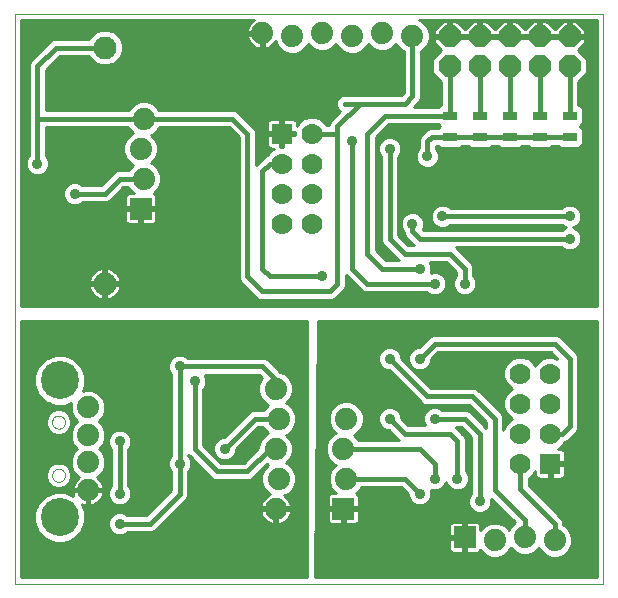
<source format=gbl>
G75*
G70*
%OFA0B0*%
%FSLAX24Y24*%
%IPPOS*%
%LPD*%
%AMOC8*
5,1,8,0,0,1.08239X$1,22.5*
%
%ADD10C,0.0000*%
%ADD11C,0.0700*%
%ADD12R,0.0700X0.0700*%
%ADD13C,0.0740*%
%ADD14C,0.1266*%
%ADD15R,0.0740X0.0740*%
%ADD16R,0.0472X0.0315*%
%ADD17OC8,0.0740*%
%ADD18C,0.0768*%
%ADD19C,0.0100*%
%ADD20C,0.0356*%
%ADD21C,0.0160*%
D10*
X005648Y000150D02*
X025268Y000150D01*
X025268Y019146D01*
X005648Y019146D01*
X005648Y000150D01*
X006892Y003764D02*
X006894Y003793D01*
X006900Y003821D01*
X006909Y003849D01*
X006922Y003875D01*
X006939Y003898D01*
X006958Y003920D01*
X006980Y003939D01*
X007005Y003954D01*
X007031Y003967D01*
X007059Y003975D01*
X007087Y003980D01*
X007116Y003981D01*
X007145Y003978D01*
X007173Y003971D01*
X007200Y003961D01*
X007226Y003947D01*
X007249Y003930D01*
X007270Y003910D01*
X007288Y003887D01*
X007303Y003862D01*
X007314Y003835D01*
X007322Y003807D01*
X007326Y003778D01*
X007326Y003750D01*
X007322Y003721D01*
X007314Y003693D01*
X007303Y003666D01*
X007288Y003641D01*
X007270Y003618D01*
X007249Y003598D01*
X007226Y003581D01*
X007200Y003567D01*
X007173Y003557D01*
X007145Y003550D01*
X007116Y003547D01*
X007087Y003548D01*
X007059Y003553D01*
X007031Y003561D01*
X007005Y003574D01*
X006980Y003589D01*
X006958Y003608D01*
X006939Y003630D01*
X006922Y003653D01*
X006909Y003679D01*
X006900Y003707D01*
X006894Y003735D01*
X006892Y003764D01*
X006892Y005536D02*
X006894Y005565D01*
X006900Y005593D01*
X006909Y005621D01*
X006922Y005647D01*
X006939Y005670D01*
X006958Y005692D01*
X006980Y005711D01*
X007005Y005726D01*
X007031Y005739D01*
X007059Y005747D01*
X007087Y005752D01*
X007116Y005753D01*
X007145Y005750D01*
X007173Y005743D01*
X007200Y005733D01*
X007226Y005719D01*
X007249Y005702D01*
X007270Y005682D01*
X007288Y005659D01*
X007303Y005634D01*
X007314Y005607D01*
X007322Y005579D01*
X007326Y005550D01*
X007326Y005522D01*
X007322Y005493D01*
X007314Y005465D01*
X007303Y005438D01*
X007288Y005413D01*
X007270Y005390D01*
X007249Y005370D01*
X007226Y005353D01*
X007200Y005339D01*
X007173Y005329D01*
X007145Y005322D01*
X007116Y005319D01*
X007087Y005320D01*
X007059Y005325D01*
X007031Y005333D01*
X007005Y005346D01*
X006980Y005361D01*
X006958Y005380D01*
X006939Y005402D01*
X006922Y005425D01*
X006909Y005451D01*
X006900Y005479D01*
X006894Y005507D01*
X006892Y005536D01*
D11*
X014553Y012150D03*
X015553Y012150D03*
X015553Y013150D03*
X014553Y013150D03*
X014553Y014150D03*
X015553Y014150D03*
X015553Y015150D03*
X022492Y007150D03*
X023492Y007150D03*
X023492Y006150D03*
X022492Y006150D03*
X022492Y005150D03*
X023492Y005150D03*
X022492Y004150D03*
D12*
X023492Y004150D03*
X014553Y015150D03*
D13*
X014898Y018400D03*
X015898Y018500D03*
X016898Y018400D03*
X017898Y018500D03*
X018898Y018400D03*
X013898Y018500D03*
X009948Y015650D03*
X009848Y014650D03*
X009948Y013650D03*
X014348Y006650D03*
X014448Y005650D03*
X014348Y004650D03*
X014448Y003650D03*
X014348Y002650D03*
X016698Y003650D03*
X016598Y004650D03*
X016698Y005650D03*
X021648Y001600D03*
X022648Y001700D03*
X023648Y001600D03*
X008093Y003272D03*
X008093Y004206D03*
X008093Y005094D03*
X008093Y006028D03*
D14*
X007148Y006933D03*
X007148Y002367D03*
D15*
X016598Y002650D03*
X020648Y001700D03*
X009848Y012650D03*
D16*
X020148Y015046D03*
X021148Y015046D03*
X021148Y015754D03*
X020148Y015754D03*
X022148Y015754D03*
X022148Y015046D03*
X023148Y015046D03*
X023148Y015754D03*
X024148Y015754D03*
X024148Y015046D03*
D17*
X024148Y017400D03*
X023148Y017400D03*
X022148Y017400D03*
X021148Y017400D03*
X020148Y017400D03*
X020148Y018400D03*
X021148Y018400D03*
X022148Y018400D03*
X023148Y018400D03*
X024148Y018400D03*
D18*
X008648Y018024D03*
X008648Y010150D03*
D19*
X008698Y010197D02*
X013191Y010197D01*
X013152Y010236D02*
X013234Y010154D01*
X013734Y009654D01*
X013840Y009610D01*
X016206Y009610D01*
X016312Y009654D01*
X016644Y009986D01*
X016688Y010092D01*
X016688Y010450D01*
X017152Y009986D01*
X017234Y009904D01*
X017340Y009860D01*
X019389Y009860D01*
X019428Y009821D01*
X019571Y009762D01*
X019725Y009762D01*
X019868Y009821D01*
X019977Y009930D01*
X020036Y010073D01*
X020036Y010227D01*
X019977Y010370D01*
X019868Y010479D01*
X019725Y010538D01*
X019571Y010538D01*
X019511Y010514D01*
X019536Y010573D01*
X019536Y010727D01*
X019481Y010860D01*
X020028Y010860D01*
X020358Y010530D01*
X020358Y010409D01*
X020319Y010370D01*
X020260Y010227D01*
X020260Y010073D01*
X020319Y009930D01*
X020428Y009821D01*
X020571Y009762D01*
X020725Y009762D01*
X020868Y009821D01*
X020977Y009930D01*
X021036Y010073D01*
X021036Y010227D01*
X020977Y010370D01*
X020938Y010409D01*
X020938Y010708D01*
X020894Y010814D01*
X020812Y010896D01*
X020348Y011360D01*
X023889Y011360D01*
X023928Y011321D01*
X024071Y011262D01*
X024225Y011262D01*
X024368Y011321D01*
X024477Y011430D01*
X024536Y011573D01*
X024536Y011727D01*
X024477Y011870D01*
X024368Y011979D01*
X024257Y012025D01*
X024368Y012071D01*
X024477Y012180D01*
X024536Y012323D01*
X024536Y012477D01*
X024477Y012620D01*
X024368Y012729D01*
X024225Y012788D01*
X024071Y012788D01*
X023928Y012729D01*
X023889Y012690D01*
X020157Y012690D01*
X020118Y012729D01*
X019975Y012788D01*
X019821Y012788D01*
X019678Y012729D01*
X019569Y012620D01*
X019510Y012477D01*
X019510Y012323D01*
X019569Y012180D01*
X019678Y012071D01*
X019821Y012012D01*
X019975Y012012D01*
X020118Y012071D01*
X020157Y012110D01*
X023889Y012110D01*
X023928Y012071D01*
X024039Y012025D01*
X023928Y011979D01*
X023889Y011940D01*
X019268Y011940D01*
X019242Y011966D01*
X019286Y012073D01*
X019286Y012227D01*
X019227Y012370D01*
X019118Y012479D01*
X018975Y012538D01*
X018821Y012538D01*
X018678Y012479D01*
X018569Y012370D01*
X018510Y012227D01*
X018510Y012073D01*
X018569Y011930D01*
X018608Y011891D01*
X018608Y011842D01*
X018652Y011736D01*
X018734Y011654D01*
X018948Y011440D01*
X018768Y011440D01*
X018438Y011770D01*
X018438Y014391D01*
X018477Y014430D01*
X018536Y014573D01*
X018536Y014727D01*
X018477Y014870D01*
X018368Y014979D01*
X018225Y015038D01*
X018071Y015038D01*
X017928Y014979D01*
X017819Y014870D01*
X017760Y014727D01*
X017760Y014573D01*
X017819Y014430D01*
X017858Y014391D01*
X017858Y011592D01*
X017902Y011486D01*
X018402Y010986D01*
X018448Y010940D01*
X018018Y010940D01*
X017688Y011270D01*
X017688Y015030D01*
X018122Y015464D01*
X019747Y015464D01*
X019812Y015400D01*
X019747Y015336D01*
X019486Y015336D01*
X019379Y015292D01*
X019234Y015146D01*
X019152Y015064D01*
X019108Y014958D01*
X019108Y014659D01*
X019069Y014620D01*
X019010Y014477D01*
X019010Y014323D01*
X019069Y014180D01*
X019178Y014071D01*
X019321Y014012D01*
X019475Y014012D01*
X019618Y014071D01*
X019727Y014180D01*
X019786Y014323D01*
X019786Y014477D01*
X019727Y014620D01*
X019688Y014659D01*
X019688Y014756D01*
X019747Y014756D01*
X019825Y014678D01*
X020471Y014678D01*
X020549Y014756D01*
X020747Y014756D01*
X020825Y014678D01*
X021471Y014678D01*
X021549Y014756D01*
X021747Y014756D01*
X021825Y014678D01*
X022471Y014678D01*
X022549Y014756D01*
X022747Y014756D01*
X022825Y014678D01*
X023471Y014678D01*
X023549Y014756D01*
X023747Y014756D01*
X023825Y014678D01*
X024471Y014678D01*
X024594Y014801D01*
X024594Y015290D01*
X024484Y015400D01*
X024594Y015510D01*
X024594Y015999D01*
X024471Y016122D01*
X024438Y016122D01*
X024438Y016870D01*
X024728Y017160D01*
X024728Y017640D01*
X024426Y017942D01*
X024668Y018185D01*
X024668Y018350D01*
X024198Y018350D01*
X024198Y018450D01*
X024668Y018450D01*
X024668Y018615D01*
X024363Y018920D01*
X024198Y018920D01*
X024198Y018450D01*
X024098Y018450D01*
X024098Y018920D01*
X023932Y018920D01*
X023648Y018635D01*
X023363Y018920D01*
X023198Y018920D01*
X023198Y018450D01*
X023668Y018450D01*
X024098Y018450D01*
X024098Y018350D01*
X023198Y018350D01*
X023198Y018450D01*
X023098Y018450D01*
X023098Y018920D01*
X022932Y018920D01*
X022648Y018635D01*
X022363Y018920D01*
X022198Y018920D01*
X022198Y018450D01*
X022628Y018450D01*
X023098Y018450D01*
X023098Y018350D01*
X022198Y018350D01*
X022198Y018450D01*
X022098Y018450D01*
X022098Y018920D01*
X021932Y018920D01*
X021648Y018635D01*
X021363Y018920D01*
X021198Y018920D01*
X021198Y018450D01*
X021668Y018450D01*
X022098Y018450D01*
X022098Y018350D01*
X021198Y018350D01*
X021198Y018450D01*
X021098Y018450D01*
X021098Y018920D01*
X020932Y018920D01*
X020648Y018635D01*
X020363Y018920D01*
X020198Y018920D01*
X020198Y018450D01*
X020668Y018450D01*
X021098Y018450D01*
X021098Y018350D01*
X020198Y018350D01*
X020198Y018450D01*
X020098Y018450D01*
X020098Y018920D01*
X019932Y018920D01*
X019628Y018615D01*
X019628Y018450D01*
X020098Y018450D01*
X020098Y018350D01*
X019628Y018350D01*
X019628Y018185D01*
X019870Y017942D01*
X019568Y017640D01*
X019568Y017160D01*
X019858Y016870D01*
X019858Y016122D01*
X019825Y016122D01*
X019747Y016044D01*
X018952Y016044D01*
X019144Y016236D01*
X019188Y016342D01*
X019188Y017892D01*
X019226Y017908D01*
X019390Y018071D01*
X019478Y018285D01*
X019478Y018515D01*
X019390Y018729D01*
X019226Y018892D01*
X019119Y018936D01*
X025058Y018936D01*
X025058Y009400D01*
X005858Y009400D01*
X005858Y018936D01*
X013613Y018936D01*
X013559Y018897D01*
X013501Y018839D01*
X013453Y018773D01*
X013416Y018700D01*
X013391Y018622D01*
X013379Y018550D01*
X013848Y018550D01*
X013848Y018450D01*
X013948Y018450D01*
X013948Y017981D01*
X014020Y017993D01*
X014097Y018018D01*
X014170Y018055D01*
X014237Y018103D01*
X014295Y018161D01*
X014342Y018227D01*
X014406Y018071D01*
X014569Y017908D01*
X014783Y017820D01*
X015013Y017820D01*
X015226Y017908D01*
X015390Y018071D01*
X015424Y018154D01*
X015569Y018008D01*
X015783Y017920D01*
X016013Y017920D01*
X016226Y018008D01*
X016372Y018154D01*
X016406Y018071D01*
X016569Y017908D01*
X016783Y017820D01*
X017013Y017820D01*
X017226Y017908D01*
X017390Y018071D01*
X017424Y018154D01*
X017569Y018008D01*
X017783Y017920D01*
X018013Y017920D01*
X018226Y018008D01*
X018372Y018154D01*
X018406Y018071D01*
X018569Y017908D01*
X018608Y017892D01*
X018608Y016520D01*
X018528Y016440D01*
X016590Y016440D01*
X016484Y016396D01*
X016402Y016314D01*
X016358Y016208D01*
X016358Y016092D01*
X016402Y015986D01*
X016484Y015904D01*
X016489Y015902D01*
X016234Y015646D01*
X016152Y015564D01*
X016108Y015458D01*
X016108Y015440D01*
X016039Y015440D01*
X016028Y015467D01*
X015871Y015625D01*
X015665Y015710D01*
X015442Y015710D01*
X015236Y015625D01*
X015079Y015467D01*
X015053Y015406D01*
X015053Y015520D01*
X015043Y015558D01*
X015023Y015592D01*
X014995Y015620D01*
X014961Y015640D01*
X014923Y015650D01*
X014602Y015650D01*
X014602Y015198D01*
X014993Y015198D01*
X014993Y015102D01*
X014602Y015102D01*
X014602Y015198D01*
X014505Y015198D01*
X014505Y015102D01*
X014053Y015102D01*
X014053Y014780D01*
X014064Y014742D01*
X014083Y014708D01*
X014111Y014680D01*
X014145Y014660D01*
X014184Y014650D01*
X014297Y014650D01*
X014236Y014625D01*
X014079Y014467D01*
X014063Y014429D01*
X013984Y014396D01*
X013688Y014100D01*
X013688Y015208D01*
X013644Y015314D01*
X013144Y015814D01*
X013062Y015896D01*
X012956Y015940D01*
X010456Y015940D01*
X010440Y015979D01*
X010276Y016142D01*
X010063Y016230D01*
X009833Y016230D01*
X009619Y016142D01*
X009456Y015979D01*
X009440Y015940D01*
X006688Y015940D01*
X006688Y017280D01*
X007142Y017734D01*
X008125Y017734D01*
X008144Y017688D01*
X008311Y017521D01*
X008530Y017430D01*
X008766Y017430D01*
X008984Y017521D01*
X009151Y017688D01*
X009242Y017906D01*
X009242Y018142D01*
X009151Y018360D01*
X008984Y018527D01*
X008766Y018618D01*
X008530Y018618D01*
X008311Y018527D01*
X008144Y018360D01*
X008125Y018314D01*
X006964Y018314D01*
X006858Y018270D01*
X006234Y017646D01*
X006152Y017564D01*
X006108Y017458D01*
X006108Y014409D01*
X006069Y014370D01*
X006010Y014227D01*
X006010Y014073D01*
X006069Y013930D01*
X006178Y013821D01*
X006321Y013762D01*
X006475Y013762D01*
X006618Y013821D01*
X006727Y013930D01*
X006786Y014073D01*
X006786Y014227D01*
X006727Y014370D01*
X006688Y014409D01*
X006688Y015360D01*
X009440Y015360D01*
X009456Y015321D01*
X009602Y015176D01*
X009519Y015142D01*
X009356Y014979D01*
X009268Y014765D01*
X009268Y014535D01*
X009356Y014321D01*
X009519Y014158D01*
X009602Y014124D01*
X009456Y013979D01*
X009440Y013940D01*
X009090Y013940D01*
X008984Y013896D01*
X008528Y013440D01*
X007907Y013440D01*
X007868Y013479D01*
X007725Y013538D01*
X007571Y013538D01*
X007428Y013479D01*
X007319Y013370D01*
X007260Y013227D01*
X007260Y013073D01*
X007319Y012930D01*
X007428Y012821D01*
X007571Y012762D01*
X007725Y012762D01*
X007868Y012821D01*
X007907Y012860D01*
X008706Y012860D01*
X008812Y012904D01*
X008894Y012986D01*
X009268Y013360D01*
X009440Y013360D01*
X009456Y013321D01*
X009608Y013170D01*
X009458Y013170D01*
X009420Y013160D01*
X009386Y013140D01*
X009358Y013112D01*
X009338Y013078D01*
X009328Y013040D01*
X009328Y012700D01*
X009798Y012700D01*
X009798Y012600D01*
X009898Y012600D01*
X009898Y012700D01*
X010368Y012700D01*
X010368Y013040D01*
X010358Y013078D01*
X010338Y013112D01*
X010310Y013140D01*
X010277Y013159D01*
X010440Y013321D01*
X010528Y013535D01*
X010528Y013765D01*
X010440Y013979D01*
X010276Y014142D01*
X010194Y014176D01*
X010340Y014321D01*
X010428Y014535D01*
X010428Y014765D01*
X010340Y014979D01*
X010194Y015124D01*
X010276Y015158D01*
X010440Y015321D01*
X010456Y015360D01*
X012778Y015360D01*
X013108Y015030D01*
X013108Y010342D01*
X013152Y010236D01*
X013127Y010296D02*
X009162Y010296D01*
X009169Y010275D02*
X009143Y010355D01*
X009104Y010430D01*
X009055Y010498D01*
X008996Y010557D01*
X008928Y010607D01*
X008853Y010645D01*
X008773Y010671D01*
X008698Y010683D01*
X008698Y010200D01*
X009180Y010200D01*
X009169Y010275D01*
X009123Y010394D02*
X013108Y010394D01*
X013108Y010493D02*
X009059Y010493D01*
X008949Y010591D02*
X013108Y010591D01*
X013108Y010690D02*
X005858Y010690D01*
X005858Y010788D02*
X013108Y010788D01*
X013108Y010887D02*
X005858Y010887D01*
X005858Y010985D02*
X013108Y010985D01*
X013108Y011084D02*
X005858Y011084D01*
X005858Y011182D02*
X013108Y011182D01*
X013108Y011281D02*
X005858Y011281D01*
X005858Y011379D02*
X013108Y011379D01*
X013108Y011478D02*
X005858Y011478D01*
X005858Y011576D02*
X013108Y011576D01*
X013108Y011675D02*
X005858Y011675D01*
X005858Y011773D02*
X013108Y011773D01*
X013108Y011872D02*
X005858Y011872D01*
X005858Y011970D02*
X013108Y011970D01*
X013108Y012069D02*
X005858Y012069D01*
X005858Y012167D02*
X009379Y012167D01*
X009386Y012160D02*
X009358Y012188D01*
X009338Y012222D01*
X009328Y012260D01*
X009328Y012600D01*
X009798Y012600D01*
X009798Y012130D01*
X009458Y012130D01*
X009420Y012140D01*
X009386Y012160D01*
X009328Y012266D02*
X005858Y012266D01*
X005858Y012364D02*
X009328Y012364D01*
X009328Y012463D02*
X005858Y012463D01*
X005858Y012561D02*
X009328Y012561D01*
X009328Y012758D02*
X005858Y012758D01*
X005858Y012660D02*
X009798Y012660D01*
X009798Y012561D02*
X009898Y012561D01*
X009898Y012600D02*
X009898Y012130D01*
X010238Y012130D01*
X010276Y012140D01*
X010310Y012160D01*
X010338Y012188D01*
X010358Y012222D01*
X010368Y012260D01*
X010368Y012600D01*
X009898Y012600D01*
X009898Y012660D02*
X013108Y012660D01*
X013108Y012758D02*
X010368Y012758D01*
X010368Y012857D02*
X013108Y012857D01*
X013108Y012955D02*
X010368Y012955D01*
X010364Y013054D02*
X013108Y013054D01*
X013108Y013152D02*
X010289Y013152D01*
X010369Y013251D02*
X013108Y013251D01*
X013108Y013349D02*
X010451Y013349D01*
X010492Y013448D02*
X013108Y013448D01*
X013108Y013546D02*
X010528Y013546D01*
X010528Y013645D02*
X013108Y013645D01*
X013108Y013743D02*
X010528Y013743D01*
X010496Y013842D02*
X013108Y013842D01*
X013108Y013940D02*
X010456Y013940D01*
X010380Y014039D02*
X013108Y014039D01*
X013108Y014137D02*
X010281Y014137D01*
X010254Y014236D02*
X013108Y014236D01*
X013108Y014334D02*
X010345Y014334D01*
X010386Y014433D02*
X013108Y014433D01*
X013108Y014531D02*
X010426Y014531D01*
X010428Y014630D02*
X013108Y014630D01*
X013108Y014728D02*
X010428Y014728D01*
X010403Y014827D02*
X013108Y014827D01*
X013108Y014925D02*
X010362Y014925D01*
X010295Y015024D02*
X013108Y015024D01*
X013016Y015122D02*
X010196Y015122D01*
X010339Y015221D02*
X012917Y015221D01*
X012819Y015319D02*
X010437Y015319D01*
X010410Y016009D02*
X016393Y016009D01*
X016358Y016107D02*
X010311Y016107D01*
X010122Y016206D02*
X016358Y016206D01*
X016398Y016304D02*
X006688Y016304D01*
X006688Y016206D02*
X009773Y016206D01*
X009585Y016107D02*
X006688Y016107D01*
X006688Y016009D02*
X009486Y016009D01*
X009459Y015319D02*
X006688Y015319D01*
X006688Y015221D02*
X009557Y015221D01*
X009500Y015122D02*
X006688Y015122D01*
X006688Y015024D02*
X009401Y015024D01*
X009334Y014925D02*
X006688Y014925D01*
X006688Y014827D02*
X009293Y014827D01*
X009268Y014728D02*
X006688Y014728D01*
X006688Y014630D02*
X009268Y014630D01*
X009269Y014531D02*
X006688Y014531D01*
X006688Y014433D02*
X009310Y014433D01*
X009351Y014334D02*
X006742Y014334D01*
X006783Y014236D02*
X009442Y014236D01*
X009571Y014137D02*
X006786Y014137D01*
X006772Y014039D02*
X009516Y014039D01*
X009440Y013940D02*
X006731Y013940D01*
X006638Y013842D02*
X008929Y013842D01*
X008831Y013743D02*
X005858Y013743D01*
X005858Y013645D02*
X008732Y013645D01*
X008634Y013546D02*
X005858Y013546D01*
X005858Y013448D02*
X007397Y013448D01*
X007310Y013349D02*
X005858Y013349D01*
X005858Y013251D02*
X007269Y013251D01*
X007260Y013152D02*
X005858Y013152D01*
X005858Y013054D02*
X007268Y013054D01*
X007309Y012955D02*
X005858Y012955D01*
X005858Y012857D02*
X007392Y012857D01*
X007903Y012857D02*
X009328Y012857D01*
X009328Y012955D02*
X008863Y012955D01*
X008962Y013054D02*
X009332Y013054D01*
X009407Y013152D02*
X009060Y013152D01*
X009159Y013251D02*
X009527Y013251D01*
X009445Y013349D02*
X009257Y013349D01*
X008535Y013448D02*
X007899Y013448D01*
X006157Y013842D02*
X005858Y013842D01*
X005858Y013940D02*
X006065Y013940D01*
X006024Y014039D02*
X005858Y014039D01*
X005858Y014137D02*
X006010Y014137D01*
X006013Y014236D02*
X005858Y014236D01*
X005858Y014334D02*
X006054Y014334D01*
X006108Y014433D02*
X005858Y014433D01*
X005858Y014531D02*
X006108Y014531D01*
X006108Y014630D02*
X005858Y014630D01*
X005858Y014728D02*
X006108Y014728D01*
X006108Y014827D02*
X005858Y014827D01*
X005858Y014925D02*
X006108Y014925D01*
X006108Y015024D02*
X005858Y015024D01*
X005858Y015122D02*
X006108Y015122D01*
X006108Y015221D02*
X005858Y015221D01*
X005858Y015319D02*
X006108Y015319D01*
X006108Y015418D02*
X005858Y015418D01*
X005858Y015516D02*
X006108Y015516D01*
X006108Y015615D02*
X005858Y015615D01*
X005858Y015713D02*
X006108Y015713D01*
X006108Y015812D02*
X005858Y015812D01*
X005858Y015910D02*
X006108Y015910D01*
X006108Y016009D02*
X005858Y016009D01*
X005858Y016107D02*
X006108Y016107D01*
X006108Y016206D02*
X005858Y016206D01*
X005858Y016304D02*
X006108Y016304D01*
X006108Y016403D02*
X005858Y016403D01*
X005858Y016501D02*
X006108Y016501D01*
X006108Y016600D02*
X005858Y016600D01*
X005858Y016698D02*
X006108Y016698D01*
X006108Y016797D02*
X005858Y016797D01*
X005858Y016895D02*
X006108Y016895D01*
X006108Y016994D02*
X005858Y016994D01*
X005858Y017092D02*
X006108Y017092D01*
X006108Y017191D02*
X005858Y017191D01*
X005858Y017289D02*
X006108Y017289D01*
X006108Y017388D02*
X005858Y017388D01*
X005858Y017486D02*
X006120Y017486D01*
X006172Y017585D02*
X005858Y017585D01*
X005858Y017683D02*
X006271Y017683D01*
X006369Y017782D02*
X005858Y017782D01*
X005858Y017880D02*
X006468Y017880D01*
X006566Y017979D02*
X005858Y017979D01*
X005858Y018077D02*
X006665Y018077D01*
X006763Y018176D02*
X005858Y018176D01*
X005858Y018274D02*
X006868Y018274D01*
X007091Y017683D02*
X008149Y017683D01*
X008248Y017585D02*
X006993Y017585D01*
X006894Y017486D02*
X008395Y017486D01*
X008901Y017486D02*
X018608Y017486D01*
X018608Y017388D02*
X006796Y017388D01*
X006697Y017289D02*
X018608Y017289D01*
X018608Y017191D02*
X006688Y017191D01*
X006688Y017092D02*
X018608Y017092D01*
X018608Y016994D02*
X006688Y016994D01*
X006688Y016895D02*
X018608Y016895D01*
X018608Y016797D02*
X006688Y016797D01*
X006688Y016698D02*
X018608Y016698D01*
X018608Y016600D02*
X006688Y016600D01*
X006688Y016501D02*
X018589Y016501D01*
X019015Y016107D02*
X019810Y016107D01*
X019858Y016206D02*
X019114Y016206D01*
X019172Y016304D02*
X019858Y016304D01*
X019858Y016403D02*
X019188Y016403D01*
X019188Y016501D02*
X019858Y016501D01*
X019858Y016600D02*
X019188Y016600D01*
X019188Y016698D02*
X019858Y016698D01*
X019858Y016797D02*
X019188Y016797D01*
X019188Y016895D02*
X019833Y016895D01*
X019734Y016994D02*
X019188Y016994D01*
X019188Y017092D02*
X019636Y017092D01*
X019568Y017191D02*
X019188Y017191D01*
X019188Y017289D02*
X019568Y017289D01*
X019568Y017388D02*
X019188Y017388D01*
X019188Y017486D02*
X019568Y017486D01*
X019568Y017585D02*
X019188Y017585D01*
X019188Y017683D02*
X019611Y017683D01*
X019709Y017782D02*
X019188Y017782D01*
X019188Y017880D02*
X019808Y017880D01*
X019834Y017979D02*
X019297Y017979D01*
X019392Y018077D02*
X019735Y018077D01*
X019637Y018176D02*
X019433Y018176D01*
X019473Y018274D02*
X019628Y018274D01*
X019478Y018373D02*
X020098Y018373D01*
X020098Y018471D02*
X020198Y018471D01*
X020198Y018373D02*
X021098Y018373D01*
X021098Y018471D02*
X021198Y018471D01*
X021198Y018373D02*
X022098Y018373D01*
X022098Y018471D02*
X022198Y018471D01*
X022198Y018373D02*
X023098Y018373D01*
X023098Y018471D02*
X023198Y018471D01*
X023198Y018373D02*
X024098Y018373D01*
X024098Y018471D02*
X024198Y018471D01*
X024198Y018373D02*
X025058Y018373D01*
X025058Y018471D02*
X024668Y018471D01*
X024668Y018570D02*
X025058Y018570D01*
X025058Y018668D02*
X024615Y018668D01*
X024517Y018767D02*
X025058Y018767D01*
X025058Y018865D02*
X024418Y018865D01*
X024198Y018865D02*
X024098Y018865D01*
X024098Y018767D02*
X024198Y018767D01*
X024198Y018668D02*
X024098Y018668D01*
X024098Y018570D02*
X024198Y018570D01*
X023878Y018865D02*
X023418Y018865D01*
X023517Y018767D02*
X023779Y018767D01*
X023681Y018668D02*
X023615Y018668D01*
X023198Y018668D02*
X023098Y018668D01*
X023098Y018570D02*
X023198Y018570D01*
X023198Y018767D02*
X023098Y018767D01*
X023098Y018865D02*
X023198Y018865D01*
X022878Y018865D02*
X022418Y018865D01*
X022517Y018767D02*
X022779Y018767D01*
X022681Y018668D02*
X022615Y018668D01*
X022198Y018668D02*
X022098Y018668D01*
X022098Y018570D02*
X022198Y018570D01*
X022198Y018767D02*
X022098Y018767D01*
X022098Y018865D02*
X022198Y018865D01*
X021878Y018865D02*
X021418Y018865D01*
X021517Y018767D02*
X021779Y018767D01*
X021681Y018668D02*
X021615Y018668D01*
X021198Y018668D02*
X021098Y018668D01*
X021098Y018570D02*
X021198Y018570D01*
X021198Y018767D02*
X021098Y018767D01*
X021098Y018865D02*
X021198Y018865D01*
X020878Y018865D02*
X020418Y018865D01*
X020517Y018767D02*
X020779Y018767D01*
X020681Y018668D02*
X020615Y018668D01*
X020198Y018668D02*
X020098Y018668D01*
X020098Y018570D02*
X020198Y018570D01*
X020198Y018767D02*
X020098Y018767D01*
X020098Y018865D02*
X020198Y018865D01*
X019878Y018865D02*
X019253Y018865D01*
X019352Y018767D02*
X019779Y018767D01*
X019681Y018668D02*
X019415Y018668D01*
X019455Y018570D02*
X019628Y018570D01*
X019628Y018471D02*
X019478Y018471D01*
X018608Y017880D02*
X017158Y017880D01*
X017297Y017979D02*
X017641Y017979D01*
X017501Y018077D02*
X017392Y018077D01*
X016638Y017880D02*
X015158Y017880D01*
X015297Y017979D02*
X015641Y017979D01*
X015501Y018077D02*
X015392Y018077D01*
X016155Y017979D02*
X016499Y017979D01*
X016404Y018077D02*
X016295Y018077D01*
X014638Y017880D02*
X009231Y017880D01*
X009242Y017979D02*
X014499Y017979D01*
X014404Y018077D02*
X014200Y018077D01*
X014305Y018176D02*
X014363Y018176D01*
X013948Y018176D02*
X013848Y018176D01*
X013848Y018274D02*
X013948Y018274D01*
X013948Y018373D02*
X013848Y018373D01*
X013848Y018450D02*
X013848Y017981D01*
X013776Y017993D01*
X013698Y018018D01*
X013625Y018055D01*
X013559Y018103D01*
X013501Y018161D01*
X013453Y018227D01*
X013416Y018300D01*
X013391Y018378D01*
X013379Y018450D01*
X013848Y018450D01*
X013848Y018471D02*
X009041Y018471D01*
X009139Y018373D02*
X013393Y018373D01*
X013429Y018274D02*
X009187Y018274D01*
X009228Y018176D02*
X013491Y018176D01*
X013595Y018077D02*
X009242Y018077D01*
X009190Y017782D02*
X018608Y017782D01*
X018608Y017683D02*
X009147Y017683D01*
X009048Y017585D02*
X018608Y017585D01*
X018499Y017979D02*
X018155Y017979D01*
X018295Y018077D02*
X018404Y018077D01*
X016500Y016403D02*
X006688Y016403D01*
X005858Y018373D02*
X008157Y018373D01*
X008255Y018471D02*
X005858Y018471D01*
X005858Y018570D02*
X008413Y018570D01*
X008883Y018570D02*
X013382Y018570D01*
X013406Y018668D02*
X005858Y018668D01*
X005858Y018767D02*
X013450Y018767D01*
X013528Y018865D02*
X005858Y018865D01*
X013028Y015910D02*
X016478Y015910D01*
X016399Y015812D02*
X013146Y015812D01*
X013245Y015713D02*
X016301Y015713D01*
X016202Y015615D02*
X015881Y015615D01*
X015979Y015516D02*
X016132Y015516D01*
X015226Y015615D02*
X015001Y015615D01*
X015053Y015516D02*
X015127Y015516D01*
X015058Y015418D02*
X015053Y015418D01*
X014993Y015122D02*
X014602Y015122D01*
X014602Y015102D02*
X014602Y014710D01*
X014505Y014710D01*
X014505Y015102D01*
X014602Y015102D01*
X014602Y015024D02*
X014505Y015024D01*
X014505Y015122D02*
X013688Y015122D01*
X013688Y015024D02*
X014053Y015024D01*
X014053Y014925D02*
X013688Y014925D01*
X013688Y014827D02*
X014053Y014827D01*
X014072Y014728D02*
X013688Y014728D01*
X013688Y014630D02*
X014248Y014630D01*
X014142Y014531D02*
X013688Y014531D01*
X013688Y014433D02*
X014064Y014433D01*
X013922Y014334D02*
X013688Y014334D01*
X013688Y014236D02*
X013823Y014236D01*
X013725Y014137D02*
X013688Y014137D01*
X014505Y014728D02*
X014602Y014728D01*
X014602Y014827D02*
X014505Y014827D01*
X014505Y014925D02*
X014602Y014925D01*
X014505Y015198D02*
X014053Y015198D01*
X014053Y015520D01*
X014064Y015558D01*
X014083Y015592D01*
X014111Y015620D01*
X014145Y015640D01*
X014184Y015650D01*
X014505Y015650D01*
X014505Y015198D01*
X014505Y015221D02*
X014602Y015221D01*
X014602Y015319D02*
X014505Y015319D01*
X014505Y015418D02*
X014602Y015418D01*
X014602Y015516D02*
X014505Y015516D01*
X014505Y015615D02*
X014602Y015615D01*
X014106Y015615D02*
X013343Y015615D01*
X013442Y015516D02*
X014053Y015516D01*
X014053Y015418D02*
X013540Y015418D01*
X013639Y015319D02*
X014053Y015319D01*
X014053Y015221D02*
X013683Y015221D01*
X013108Y012561D02*
X010368Y012561D01*
X010368Y012463D02*
X013108Y012463D01*
X013108Y012364D02*
X010368Y012364D01*
X010368Y012266D02*
X013108Y012266D01*
X013108Y012167D02*
X010317Y012167D01*
X009898Y012167D02*
X009798Y012167D01*
X009798Y012266D02*
X009898Y012266D01*
X009898Y012364D02*
X009798Y012364D01*
X009798Y012463D02*
X009898Y012463D01*
X008598Y010683D02*
X008523Y010671D01*
X008443Y010645D01*
X008368Y010607D01*
X008300Y010557D01*
X008241Y010498D01*
X008191Y010430D01*
X008153Y010355D01*
X008127Y010275D01*
X008115Y010200D01*
X008598Y010200D01*
X008598Y010683D01*
X008598Y010591D02*
X008698Y010591D01*
X008698Y010493D02*
X008598Y010493D01*
X008598Y010394D02*
X008698Y010394D01*
X008698Y010296D02*
X008598Y010296D01*
X008598Y010200D02*
X008698Y010200D01*
X008698Y010100D01*
X009180Y010100D01*
X009169Y010025D01*
X009143Y009945D01*
X009104Y009870D01*
X009055Y009802D01*
X008996Y009743D01*
X008928Y009693D01*
X008853Y009655D01*
X008773Y009629D01*
X008698Y009617D01*
X008698Y010100D01*
X008598Y010100D01*
X008598Y009617D01*
X008523Y009629D01*
X008443Y009655D01*
X008368Y009693D01*
X008300Y009743D01*
X008241Y009802D01*
X008191Y009870D01*
X008153Y009945D01*
X008127Y010025D01*
X008115Y010100D01*
X008598Y010100D01*
X008598Y010200D01*
X008598Y010197D02*
X005858Y010197D01*
X005858Y010099D02*
X008116Y010099D01*
X008135Y010000D02*
X005858Y010000D01*
X005858Y009902D02*
X008175Y009902D01*
X008240Y009803D02*
X005858Y009803D01*
X005858Y009705D02*
X008353Y009705D01*
X008598Y009705D02*
X008698Y009705D01*
X008698Y009803D02*
X008598Y009803D01*
X008598Y009902D02*
X008698Y009902D01*
X008698Y010000D02*
X008598Y010000D01*
X008598Y010099D02*
X008698Y010099D01*
X009056Y009803D02*
X013585Y009803D01*
X013683Y009705D02*
X008943Y009705D01*
X009120Y009902D02*
X013486Y009902D01*
X013388Y010000D02*
X009160Y010000D01*
X009180Y010099D02*
X013289Y010099D01*
X013234Y010154D02*
X013234Y010154D01*
X015398Y008900D02*
X005858Y008900D01*
X005858Y000360D01*
X015398Y000360D01*
X015398Y008900D01*
X015398Y008818D02*
X005858Y008818D01*
X005858Y008720D02*
X015398Y008720D01*
X015398Y008621D02*
X005858Y008621D01*
X005858Y008523D02*
X015398Y008523D01*
X015398Y008424D02*
X005858Y008424D01*
X005858Y008326D02*
X015398Y008326D01*
X015398Y008227D02*
X005858Y008227D01*
X005858Y008129D02*
X015398Y008129D01*
X015398Y008030D02*
X005858Y008030D01*
X005858Y007932D02*
X015398Y007932D01*
X015398Y007833D02*
X005858Y007833D01*
X005858Y007735D02*
X006879Y007735D01*
X006980Y007777D02*
X006670Y007648D01*
X006433Y007411D01*
X006305Y007101D01*
X006305Y006766D01*
X006433Y006456D01*
X006670Y006219D01*
X006980Y006090D01*
X007316Y006090D01*
X007527Y006178D01*
X007513Y006143D01*
X007513Y005913D01*
X007601Y005699D01*
X007740Y005561D01*
X007601Y005422D01*
X007513Y005209D01*
X007513Y004978D01*
X007601Y004765D01*
X007716Y004650D01*
X007601Y004535D01*
X007513Y004322D01*
X007513Y004091D01*
X007601Y003878D01*
X007764Y003715D01*
X007798Y003701D01*
X007754Y003669D01*
X007696Y003611D01*
X007648Y003545D01*
X007611Y003472D01*
X007586Y003394D01*
X007573Y003313D01*
X007573Y003312D01*
X008053Y003312D01*
X008053Y003232D01*
X008133Y003232D01*
X008133Y003312D01*
X008613Y003312D01*
X008613Y003313D01*
X008600Y003394D01*
X008575Y003472D01*
X008537Y003545D01*
X008489Y003611D01*
X008432Y003669D01*
X008388Y003701D01*
X008421Y003715D01*
X008584Y003878D01*
X008673Y004091D01*
X008673Y004322D01*
X008584Y004535D01*
X008469Y004650D01*
X008584Y004765D01*
X008673Y004978D01*
X008673Y005209D01*
X008584Y005422D01*
X008446Y005561D01*
X008584Y005699D01*
X008673Y005913D01*
X008673Y006143D01*
X008584Y006356D01*
X008421Y006520D01*
X008208Y006608D01*
X007977Y006608D01*
X007915Y006582D01*
X007991Y006766D01*
X007991Y007101D01*
X007863Y007411D01*
X007625Y007648D01*
X007316Y007777D01*
X006980Y007777D01*
X007417Y007735D02*
X010941Y007735D01*
X010928Y007729D02*
X010819Y007620D01*
X010760Y007477D01*
X010760Y007323D01*
X010819Y007180D01*
X010858Y007141D01*
X010858Y004409D01*
X010819Y004370D01*
X010760Y004227D01*
X010760Y004073D01*
X010819Y003930D01*
X010858Y003891D01*
X010858Y003270D01*
X010028Y002440D01*
X009407Y002440D01*
X009368Y002479D01*
X009225Y002538D01*
X009071Y002538D01*
X008928Y002479D01*
X008819Y002370D01*
X008760Y002227D01*
X008760Y002073D01*
X008819Y001930D01*
X008928Y001821D01*
X009071Y001762D01*
X009225Y001762D01*
X009368Y001821D01*
X009407Y001860D01*
X010206Y001860D01*
X010312Y001904D01*
X011394Y002986D01*
X011438Y003092D01*
X011438Y003891D01*
X011477Y003930D01*
X011536Y004073D01*
X011536Y004227D01*
X011477Y004370D01*
X011438Y004409D01*
X011438Y004450D01*
X011484Y004404D01*
X012234Y003654D01*
X012340Y003610D01*
X013456Y003610D01*
X013562Y003654D01*
X014053Y004145D01*
X014102Y004124D01*
X013956Y003979D01*
X013868Y003765D01*
X013868Y003535D01*
X013956Y003321D01*
X014119Y003158D01*
X014168Y003138D01*
X014148Y003132D01*
X014075Y003095D01*
X014009Y003047D01*
X013951Y002989D01*
X013903Y002923D01*
X013866Y002850D01*
X013841Y002772D01*
X013829Y002700D01*
X014298Y002700D01*
X014298Y002600D01*
X014398Y002600D01*
X014398Y002700D01*
X014866Y002700D01*
X014855Y002772D01*
X014830Y002850D01*
X014793Y002923D01*
X014745Y002989D01*
X014687Y003047D01*
X014621Y003094D01*
X014776Y003158D01*
X014940Y003321D01*
X015028Y003535D01*
X015028Y003765D01*
X014940Y003979D01*
X014776Y004142D01*
X014694Y004176D01*
X014840Y004321D01*
X014928Y004535D01*
X014928Y004765D01*
X014840Y004979D01*
X014694Y005124D01*
X014776Y005158D01*
X014940Y005321D01*
X015028Y005535D01*
X015028Y005765D01*
X014940Y005979D01*
X014776Y006142D01*
X014694Y006176D01*
X014840Y006321D01*
X014928Y006535D01*
X014928Y006765D01*
X014840Y006979D01*
X014676Y007142D01*
X014488Y007220D01*
X014144Y007564D01*
X014144Y007564D01*
X014062Y007646D01*
X013956Y007690D01*
X011407Y007690D01*
X011368Y007729D01*
X011225Y007788D01*
X011071Y007788D01*
X010928Y007729D01*
X010835Y007636D02*
X007638Y007636D01*
X007736Y007538D02*
X010785Y007538D01*
X010760Y007439D02*
X007835Y007439D01*
X007892Y007341D02*
X010760Y007341D01*
X010793Y007242D02*
X007933Y007242D01*
X007973Y007144D02*
X010855Y007144D01*
X010858Y007045D02*
X007991Y007045D01*
X007991Y006947D02*
X010858Y006947D01*
X010858Y006848D02*
X007991Y006848D01*
X007984Y006750D02*
X010858Y006750D01*
X010858Y006651D02*
X007943Y006651D01*
X008342Y006553D02*
X010858Y006553D01*
X010858Y006454D02*
X008487Y006454D01*
X008585Y006356D02*
X010858Y006356D01*
X010858Y006257D02*
X008626Y006257D01*
X008666Y006159D02*
X010858Y006159D01*
X010858Y006060D02*
X008673Y006060D01*
X008673Y005962D02*
X010858Y005962D01*
X010858Y005863D02*
X008652Y005863D01*
X008611Y005765D02*
X010858Y005765D01*
X010858Y005666D02*
X008551Y005666D01*
X008453Y005568D02*
X010858Y005568D01*
X010858Y005469D02*
X008538Y005469D01*
X008606Y005371D02*
X010858Y005371D01*
X010858Y005272D02*
X009264Y005272D01*
X009225Y005288D02*
X009071Y005288D01*
X008928Y005229D01*
X008819Y005120D01*
X008760Y004977D01*
X008760Y004823D01*
X008819Y004680D01*
X008858Y004641D01*
X008858Y003409D01*
X008819Y003370D01*
X008760Y003227D01*
X008760Y003073D01*
X008819Y002930D01*
X008928Y002821D01*
X009071Y002762D01*
X009225Y002762D01*
X009368Y002821D01*
X009477Y002930D01*
X009536Y003073D01*
X009536Y003227D01*
X009477Y003370D01*
X009438Y003409D01*
X009438Y004641D01*
X009477Y004680D01*
X009536Y004823D01*
X009536Y004977D01*
X009477Y005120D01*
X009368Y005229D01*
X009225Y005288D01*
X009032Y005272D02*
X008647Y005272D01*
X008673Y005174D02*
X008873Y005174D01*
X008800Y005075D02*
X008673Y005075D01*
X008672Y004977D02*
X008760Y004977D01*
X008760Y004878D02*
X008631Y004878D01*
X008590Y004780D02*
X008778Y004780D01*
X008818Y004681D02*
X008500Y004681D01*
X008537Y004583D02*
X008858Y004583D01*
X008858Y004484D02*
X008606Y004484D01*
X008646Y004386D02*
X008858Y004386D01*
X008858Y004287D02*
X008673Y004287D01*
X008673Y004189D02*
X008858Y004189D01*
X008858Y004090D02*
X008672Y004090D01*
X008632Y003992D02*
X008858Y003992D01*
X008858Y003893D02*
X008591Y003893D01*
X008501Y003795D02*
X008858Y003795D01*
X008858Y003696D02*
X008394Y003696D01*
X008499Y003598D02*
X008858Y003598D01*
X008858Y003499D02*
X008561Y003499D01*
X008598Y003401D02*
X008850Y003401D01*
X008791Y003302D02*
X008133Y003302D01*
X008133Y003232D02*
X008613Y003232D01*
X008613Y003231D01*
X008600Y003150D01*
X008575Y003072D01*
X008537Y003000D01*
X008489Y002933D01*
X008432Y002875D01*
X008365Y002827D01*
X008292Y002790D01*
X008215Y002765D01*
X008134Y002752D01*
X008133Y002752D01*
X008133Y003232D01*
X008133Y003204D02*
X008053Y003204D01*
X008053Y003232D02*
X008053Y002752D01*
X008052Y002752D01*
X007971Y002765D01*
X007893Y002790D01*
X007883Y002795D01*
X007991Y002534D01*
X007991Y002199D01*
X007863Y001889D01*
X007625Y001652D01*
X007316Y001523D01*
X006980Y001523D01*
X006670Y001652D01*
X006433Y001889D01*
X006305Y002199D01*
X006305Y002534D01*
X006433Y002844D01*
X006670Y003081D01*
X006980Y003210D01*
X007316Y003210D01*
X007605Y003090D01*
X007586Y003150D01*
X007573Y003231D01*
X007573Y003232D01*
X008053Y003232D01*
X008053Y003302D02*
X005858Y003302D01*
X005858Y003204D02*
X006965Y003204D01*
X007024Y003338D02*
X006867Y003403D01*
X006747Y003523D01*
X006682Y003679D01*
X006682Y003849D01*
X006747Y004006D01*
X006867Y004126D01*
X007024Y004191D01*
X007193Y004191D01*
X007350Y004126D01*
X007470Y004006D01*
X007535Y003849D01*
X007535Y003679D01*
X007470Y003523D01*
X007350Y003403D01*
X007193Y003338D01*
X007024Y003338D01*
X006872Y003401D02*
X005858Y003401D01*
X005858Y003499D02*
X006770Y003499D01*
X006716Y003598D02*
X005858Y003598D01*
X005858Y003696D02*
X006682Y003696D01*
X006682Y003795D02*
X005858Y003795D01*
X005858Y003893D02*
X006700Y003893D01*
X006741Y003992D02*
X005858Y003992D01*
X005858Y004090D02*
X006831Y004090D01*
X007018Y004189D02*
X005858Y004189D01*
X005858Y004287D02*
X007513Y004287D01*
X007513Y004189D02*
X007199Y004189D01*
X007386Y004090D02*
X007513Y004090D01*
X007476Y003992D02*
X007554Y003992D01*
X007517Y003893D02*
X007595Y003893D01*
X007535Y003795D02*
X007684Y003795D01*
X007792Y003696D02*
X007535Y003696D01*
X007501Y003598D02*
X007686Y003598D01*
X007625Y003499D02*
X007447Y003499D01*
X007345Y003401D02*
X007588Y003401D01*
X007577Y003204D02*
X007330Y003204D01*
X007568Y003105D02*
X007600Y003105D01*
X008053Y003105D02*
X008133Y003105D01*
X008133Y003007D02*
X008053Y003007D01*
X008053Y002908D02*
X008133Y002908D01*
X008133Y002810D02*
X008053Y002810D01*
X007918Y002711D02*
X010299Y002711D01*
X010397Y002810D02*
X009340Y002810D01*
X009455Y002908D02*
X010496Y002908D01*
X010594Y003007D02*
X009509Y003007D01*
X009536Y003105D02*
X010693Y003105D01*
X010791Y003204D02*
X009536Y003204D01*
X009505Y003302D02*
X010858Y003302D01*
X010858Y003401D02*
X009446Y003401D01*
X009438Y003499D02*
X010858Y003499D01*
X010858Y003598D02*
X009438Y003598D01*
X009438Y003696D02*
X010858Y003696D01*
X010858Y003795D02*
X009438Y003795D01*
X009438Y003893D02*
X010856Y003893D01*
X010793Y003992D02*
X009438Y003992D01*
X009438Y004090D02*
X010760Y004090D01*
X010760Y004189D02*
X009438Y004189D01*
X009438Y004287D02*
X010785Y004287D01*
X010835Y004386D02*
X009438Y004386D01*
X009438Y004484D02*
X010858Y004484D01*
X010858Y004583D02*
X009438Y004583D01*
X009477Y004681D02*
X010858Y004681D01*
X010858Y004780D02*
X009518Y004780D01*
X009536Y004878D02*
X010858Y004878D01*
X010858Y004977D02*
X009536Y004977D01*
X009495Y005075D02*
X010858Y005075D01*
X010858Y005174D02*
X009423Y005174D01*
X007733Y005568D02*
X007535Y005568D01*
X007535Y005621D02*
X007535Y005451D01*
X007470Y005294D01*
X007350Y005174D01*
X007193Y005109D01*
X007024Y005109D01*
X006867Y005174D01*
X006747Y005294D01*
X006682Y005451D01*
X006682Y005621D01*
X006747Y005777D01*
X006867Y005897D01*
X007024Y005962D01*
X007193Y005962D01*
X007350Y005897D01*
X007470Y005777D01*
X007535Y005621D01*
X007516Y005666D02*
X007634Y005666D01*
X007574Y005765D02*
X007475Y005765D01*
X007533Y005863D02*
X007385Y005863D01*
X007513Y005962D02*
X007195Y005962D01*
X007022Y005962D02*
X005858Y005962D01*
X005858Y006060D02*
X007513Y006060D01*
X007519Y006159D02*
X007480Y006159D01*
X006816Y006159D02*
X005858Y006159D01*
X005858Y006257D02*
X006632Y006257D01*
X006534Y006356D02*
X005858Y006356D01*
X005858Y006454D02*
X006435Y006454D01*
X006393Y006553D02*
X005858Y006553D01*
X005858Y006651D02*
X006352Y006651D01*
X006312Y006750D02*
X005858Y006750D01*
X005858Y006848D02*
X006305Y006848D01*
X006305Y006947D02*
X005858Y006947D01*
X005858Y007045D02*
X006305Y007045D01*
X006322Y007144D02*
X005858Y007144D01*
X005858Y007242D02*
X006363Y007242D01*
X006404Y007341D02*
X005858Y007341D01*
X005858Y007439D02*
X006461Y007439D01*
X006560Y007538D02*
X005858Y007538D01*
X005858Y007636D02*
X006658Y007636D01*
X006832Y005863D02*
X005858Y005863D01*
X005858Y005765D02*
X006742Y005765D01*
X006701Y005666D02*
X005858Y005666D01*
X005858Y005568D02*
X006682Y005568D01*
X006682Y005469D02*
X005858Y005469D01*
X005858Y005371D02*
X006715Y005371D01*
X006769Y005272D02*
X005858Y005272D01*
X005858Y005174D02*
X006869Y005174D01*
X007348Y005174D02*
X007513Y005174D01*
X007513Y005075D02*
X005858Y005075D01*
X005858Y004977D02*
X007514Y004977D01*
X007554Y004878D02*
X005858Y004878D01*
X005858Y004780D02*
X007595Y004780D01*
X007685Y004681D02*
X005858Y004681D01*
X005858Y004583D02*
X007649Y004583D01*
X007580Y004484D02*
X005858Y004484D01*
X005858Y004386D02*
X007539Y004386D01*
X007539Y005272D02*
X007448Y005272D01*
X007502Y005371D02*
X007580Y005371D01*
X007535Y005469D02*
X007648Y005469D01*
X008608Y003204D02*
X008760Y003204D01*
X008760Y003105D02*
X008585Y003105D01*
X008541Y003007D02*
X008787Y003007D01*
X008841Y002908D02*
X008464Y002908D01*
X008330Y002810D02*
X008956Y002810D01*
X009012Y002514D02*
X007991Y002514D01*
X007991Y002416D02*
X008865Y002416D01*
X008797Y002317D02*
X007991Y002317D01*
X007991Y002219D02*
X008760Y002219D01*
X008760Y002120D02*
X007958Y002120D01*
X007917Y002022D02*
X008781Y002022D01*
X008826Y001923D02*
X007877Y001923D01*
X007798Y001825D02*
X008924Y001825D01*
X009371Y001825D02*
X015398Y001825D01*
X015398Y001923D02*
X010331Y001923D01*
X010430Y002022D02*
X015398Y002022D01*
X015398Y002120D02*
X010528Y002120D01*
X010627Y002219D02*
X014057Y002219D01*
X014075Y002205D02*
X014148Y002168D01*
X014226Y002143D01*
X014298Y002131D01*
X014298Y002600D01*
X013829Y002600D01*
X013841Y002528D01*
X013866Y002450D01*
X013903Y002377D01*
X013951Y002311D01*
X014009Y002253D01*
X014075Y002205D01*
X013947Y002317D02*
X010725Y002317D01*
X010824Y002416D02*
X013884Y002416D01*
X013845Y002514D02*
X010922Y002514D01*
X011021Y002613D02*
X014298Y002613D01*
X014298Y002514D02*
X014398Y002514D01*
X014398Y002600D02*
X014398Y002131D01*
X014470Y002143D01*
X014547Y002168D01*
X014620Y002205D01*
X014687Y002253D01*
X014745Y002311D01*
X014793Y002377D01*
X014830Y002450D01*
X014855Y002528D01*
X014866Y002600D01*
X014398Y002600D01*
X014398Y002613D02*
X015398Y002613D01*
X015398Y002711D02*
X014865Y002711D01*
X014843Y002810D02*
X015398Y002810D01*
X015398Y002908D02*
X014800Y002908D01*
X014727Y003007D02*
X015398Y003007D01*
X015398Y003105D02*
X014648Y003105D01*
X014822Y003204D02*
X015398Y003204D01*
X015398Y003302D02*
X014920Y003302D01*
X014972Y003401D02*
X015398Y003401D01*
X015398Y003499D02*
X015013Y003499D01*
X015028Y003598D02*
X015398Y003598D01*
X015398Y003696D02*
X015028Y003696D01*
X015016Y003795D02*
X015398Y003795D01*
X015398Y003893D02*
X014975Y003893D01*
X014927Y003992D02*
X015398Y003992D01*
X015398Y004090D02*
X014828Y004090D01*
X014707Y004189D02*
X015398Y004189D01*
X015398Y004287D02*
X014805Y004287D01*
X014866Y004386D02*
X015398Y004386D01*
X015398Y004484D02*
X014907Y004484D01*
X014928Y004583D02*
X015398Y004583D01*
X015398Y004681D02*
X014928Y004681D01*
X014922Y004780D02*
X015398Y004780D01*
X015398Y004878D02*
X014881Y004878D01*
X014840Y004977D02*
X015398Y004977D01*
X015398Y005075D02*
X014743Y005075D01*
X014792Y005174D02*
X015398Y005174D01*
X015398Y005272D02*
X014890Y005272D01*
X014960Y005371D02*
X015398Y005371D01*
X015398Y005469D02*
X015001Y005469D01*
X015028Y005568D02*
X015398Y005568D01*
X015398Y005666D02*
X015028Y005666D01*
X015028Y005765D02*
X015398Y005765D01*
X015398Y005863D02*
X014987Y005863D01*
X014947Y005962D02*
X015398Y005962D01*
X015398Y006060D02*
X014858Y006060D01*
X014736Y006159D02*
X015398Y006159D01*
X015398Y006257D02*
X014775Y006257D01*
X014854Y006356D02*
X015398Y006356D01*
X015398Y006454D02*
X014894Y006454D01*
X014928Y006553D02*
X015398Y006553D01*
X015398Y006651D02*
X014928Y006651D01*
X014928Y006750D02*
X015398Y006750D01*
X015398Y006848D02*
X014894Y006848D01*
X014853Y006947D02*
X015398Y006947D01*
X015398Y007045D02*
X014773Y007045D01*
X014672Y007144D02*
X015398Y007144D01*
X015398Y007242D02*
X014466Y007242D01*
X014367Y007341D02*
X015398Y007341D01*
X015398Y007439D02*
X014269Y007439D01*
X014170Y007538D02*
X015398Y007538D01*
X015398Y007636D02*
X014072Y007636D01*
X013778Y007110D02*
X013883Y007005D01*
X013856Y006979D01*
X013768Y006765D01*
X013768Y006535D01*
X013856Y006321D01*
X014019Y006158D01*
X014102Y006124D01*
X013956Y005979D01*
X013940Y005940D01*
X013590Y005940D01*
X013484Y005896D01*
X012626Y005038D01*
X012571Y005038D01*
X012428Y004979D01*
X012319Y004870D01*
X012260Y004727D01*
X012260Y004573D01*
X012319Y004430D01*
X012428Y004321D01*
X012571Y004262D01*
X012725Y004262D01*
X012868Y004321D01*
X012977Y004430D01*
X013036Y004573D01*
X013036Y004628D01*
X013768Y005360D01*
X013940Y005360D01*
X013956Y005321D01*
X014102Y005176D01*
X014019Y005142D01*
X013856Y004979D01*
X013768Y004765D01*
X013768Y004680D01*
X013278Y004190D01*
X012518Y004190D01*
X011938Y004770D01*
X011938Y006641D01*
X011977Y006680D01*
X012036Y006823D01*
X012036Y006977D01*
X011981Y007110D01*
X013778Y007110D01*
X013843Y007045D02*
X012008Y007045D01*
X012036Y006947D02*
X013843Y006947D01*
X013802Y006848D02*
X012036Y006848D01*
X012006Y006750D02*
X013768Y006750D01*
X013768Y006651D02*
X011948Y006651D01*
X011938Y006553D02*
X013768Y006553D01*
X013801Y006454D02*
X011938Y006454D01*
X011938Y006356D02*
X013842Y006356D01*
X013921Y006257D02*
X011938Y006257D01*
X011938Y006159D02*
X014019Y006159D01*
X014038Y006060D02*
X011938Y006060D01*
X011938Y005962D02*
X013949Y005962D01*
X013451Y005863D02*
X011938Y005863D01*
X011938Y005765D02*
X013352Y005765D01*
X013254Y005666D02*
X011938Y005666D01*
X011938Y005568D02*
X013155Y005568D01*
X013057Y005469D02*
X011938Y005469D01*
X011938Y005371D02*
X012958Y005371D01*
X012860Y005272D02*
X011938Y005272D01*
X011938Y005174D02*
X012761Y005174D01*
X012663Y005075D02*
X011938Y005075D01*
X011938Y004977D02*
X012426Y004977D01*
X012327Y004878D02*
X011938Y004878D01*
X011938Y004780D02*
X012281Y004780D01*
X012260Y004681D02*
X012027Y004681D01*
X012125Y004583D02*
X012260Y004583D01*
X012224Y004484D02*
X012297Y004484D01*
X012322Y004386D02*
X012363Y004386D01*
X012421Y004287D02*
X012510Y004287D01*
X012786Y004287D02*
X013375Y004287D01*
X013473Y004386D02*
X012932Y004386D01*
X012999Y004484D02*
X013572Y004484D01*
X013670Y004583D02*
X013036Y004583D01*
X013089Y004681D02*
X013768Y004681D01*
X013774Y004780D02*
X013188Y004780D01*
X013286Y004878D02*
X013815Y004878D01*
X013855Y004977D02*
X013385Y004977D01*
X013483Y005075D02*
X013953Y005075D01*
X014096Y005174D02*
X013582Y005174D01*
X013680Y005272D02*
X014006Y005272D01*
X013998Y004090D02*
X014068Y004090D01*
X013969Y003992D02*
X013900Y003992D01*
X013921Y003893D02*
X013801Y003893D01*
X013880Y003795D02*
X013703Y003795D01*
X013604Y003696D02*
X013868Y003696D01*
X013868Y003598D02*
X011438Y003598D01*
X011438Y003696D02*
X012192Y003696D01*
X012093Y003795D02*
X011438Y003795D01*
X011440Y003893D02*
X011995Y003893D01*
X011896Y003992D02*
X011502Y003992D01*
X011536Y004090D02*
X011798Y004090D01*
X011699Y004189D02*
X011536Y004189D01*
X011511Y004287D02*
X011601Y004287D01*
X011502Y004386D02*
X011461Y004386D01*
X011438Y003499D02*
X013883Y003499D01*
X013923Y003401D02*
X011438Y003401D01*
X011438Y003302D02*
X013976Y003302D01*
X014074Y003204D02*
X011438Y003204D01*
X011438Y003105D02*
X014095Y003105D01*
X013969Y003007D02*
X011402Y003007D01*
X011316Y002908D02*
X013896Y002908D01*
X013853Y002810D02*
X011218Y002810D01*
X011119Y002711D02*
X013831Y002711D01*
X014298Y002416D02*
X014398Y002416D01*
X014398Y002317D02*
X014298Y002317D01*
X014298Y002219D02*
X014398Y002219D01*
X014639Y002219D02*
X015398Y002219D01*
X015398Y002317D02*
X014749Y002317D01*
X014812Y002416D02*
X015398Y002416D01*
X015398Y002514D02*
X014850Y002514D01*
X015682Y002514D02*
X016078Y002514D01*
X016078Y002600D02*
X016078Y002260D01*
X016088Y002222D01*
X016108Y002188D01*
X016136Y002160D01*
X016170Y002140D01*
X016208Y002130D01*
X016548Y002130D01*
X016548Y002600D01*
X016648Y002600D01*
X016648Y002700D01*
X017118Y002700D01*
X017118Y003040D01*
X017108Y003078D01*
X017088Y003112D01*
X017060Y003140D01*
X017027Y003159D01*
X017190Y003321D01*
X017206Y003360D01*
X018528Y003360D01*
X018760Y003128D01*
X018760Y003073D01*
X018819Y002930D01*
X018928Y002821D01*
X019071Y002762D01*
X019225Y002762D01*
X019368Y002821D01*
X019477Y002930D01*
X019536Y003073D01*
X019536Y003227D01*
X019511Y003286D01*
X019571Y003262D01*
X019725Y003262D01*
X019868Y003321D01*
X019977Y003430D01*
X020023Y003541D01*
X020069Y003430D01*
X020178Y003321D01*
X020321Y003262D01*
X020475Y003262D01*
X020618Y003321D01*
X020727Y003430D01*
X020786Y003573D01*
X020786Y003727D01*
X020727Y003870D01*
X020688Y003909D01*
X020688Y004958D01*
X020644Y005064D01*
X020562Y005146D01*
X020348Y005360D01*
X020528Y005360D01*
X020858Y005030D01*
X020858Y003159D01*
X020819Y003120D01*
X020760Y002977D01*
X020760Y002823D01*
X020819Y002680D01*
X020928Y002571D01*
X021071Y002512D01*
X021225Y002512D01*
X021368Y002571D01*
X021477Y002680D01*
X021536Y002823D01*
X021536Y002977D01*
X022321Y002192D01*
X022319Y002192D01*
X022156Y002029D01*
X022122Y001946D01*
X021976Y002092D01*
X021763Y002180D01*
X021533Y002180D01*
X021319Y002092D01*
X021168Y001940D01*
X021168Y002090D01*
X021158Y002128D01*
X021138Y002162D01*
X021110Y002190D01*
X021076Y002210D01*
X021038Y002220D01*
X020698Y002220D01*
X020698Y001750D01*
X020598Y001750D01*
X020598Y002220D01*
X020258Y002220D01*
X020220Y002210D01*
X020186Y002190D01*
X020158Y002162D01*
X020138Y002128D01*
X020128Y002090D01*
X020128Y001750D01*
X020598Y001750D01*
X020598Y001650D01*
X020698Y001650D01*
X020698Y001180D01*
X021038Y001180D01*
X021076Y001190D01*
X021110Y001210D01*
X021138Y001238D01*
X021157Y001271D01*
X021319Y001108D01*
X021533Y001020D01*
X021763Y001020D01*
X021976Y001108D01*
X022140Y001271D01*
X022174Y001354D01*
X022319Y001208D01*
X022533Y001120D01*
X022763Y001120D01*
X022976Y001208D01*
X023122Y001354D01*
X023156Y001271D01*
X023319Y001108D01*
X023533Y001020D01*
X023763Y001020D01*
X023976Y001108D01*
X024140Y001271D01*
X024228Y001485D01*
X024228Y001715D01*
X024140Y001929D01*
X023976Y002092D01*
X023938Y002108D01*
X023938Y002208D01*
X023894Y002314D01*
X022782Y003426D01*
X022782Y003664D01*
X022810Y003675D01*
X022967Y003833D01*
X022992Y003894D01*
X022992Y003780D01*
X023003Y003742D01*
X023022Y003708D01*
X023050Y003680D01*
X023084Y003660D01*
X023123Y003650D01*
X023444Y003650D01*
X023444Y004102D01*
X023541Y004102D01*
X023541Y004198D01*
X023992Y004198D01*
X023992Y004520D01*
X023982Y004558D01*
X023962Y004592D01*
X023934Y004620D01*
X023900Y004640D01*
X023862Y004650D01*
X023749Y004650D01*
X023810Y004675D01*
X023967Y004833D01*
X023983Y004871D01*
X024062Y004904D01*
X024312Y005154D01*
X024394Y005236D01*
X024438Y005342D01*
X024438Y007708D01*
X024394Y007814D01*
X024312Y007896D01*
X023812Y008396D01*
X023706Y008440D01*
X019590Y008440D01*
X019484Y008396D01*
X019402Y008314D01*
X019126Y008038D01*
X019071Y008038D01*
X018928Y007979D01*
X018819Y007870D01*
X018760Y007727D01*
X018760Y007573D01*
X018819Y007430D01*
X018928Y007321D01*
X019071Y007262D01*
X019225Y007262D01*
X019368Y007321D01*
X019477Y007430D01*
X019536Y007573D01*
X019536Y007628D01*
X019768Y007860D01*
X023528Y007860D01*
X023730Y007658D01*
X023604Y007710D01*
X023381Y007710D01*
X023175Y007625D01*
X023018Y007467D01*
X022992Y007406D01*
X022967Y007467D01*
X022810Y007625D01*
X022604Y007710D01*
X022381Y007710D01*
X022175Y007625D01*
X022018Y007467D01*
X021932Y007261D01*
X021932Y007039D01*
X022018Y006833D01*
X022175Y006675D01*
X022236Y006650D01*
X022175Y006625D01*
X022018Y006467D01*
X021932Y006261D01*
X021932Y006039D01*
X022018Y005833D01*
X022175Y005675D01*
X022236Y005650D01*
X022175Y005625D01*
X022018Y005467D01*
X021938Y005275D01*
X021938Y005708D01*
X021894Y005814D01*
X021812Y005896D01*
X021062Y006646D01*
X020956Y006690D01*
X019518Y006690D01*
X018536Y007672D01*
X018536Y007727D01*
X018477Y007870D01*
X018368Y007979D01*
X018225Y008038D01*
X018071Y008038D01*
X017928Y007979D01*
X017819Y007870D01*
X017760Y007727D01*
X017760Y007573D01*
X017819Y007430D01*
X017928Y007321D01*
X018071Y007262D01*
X018126Y007262D01*
X019152Y006236D01*
X019234Y006154D01*
X019340Y006110D01*
X020778Y006110D01*
X021358Y005530D01*
X021358Y005350D01*
X020812Y005896D01*
X020706Y005940D01*
X019907Y005940D01*
X019868Y005979D01*
X019725Y006038D01*
X019571Y006038D01*
X019428Y005979D01*
X019319Y005870D01*
X019260Y005727D01*
X019260Y005573D01*
X019315Y005440D01*
X018768Y005440D01*
X018536Y005672D01*
X018536Y005727D01*
X018477Y005870D01*
X018368Y005979D01*
X018225Y006038D01*
X018071Y006038D01*
X017928Y005979D01*
X017819Y005870D01*
X017760Y005727D01*
X017760Y005573D01*
X017819Y005430D01*
X017928Y005321D01*
X018071Y005262D01*
X018126Y005262D01*
X018402Y004986D01*
X018448Y004940D01*
X017106Y004940D01*
X017090Y004979D01*
X016944Y005124D01*
X017026Y005158D01*
X017190Y005321D01*
X017278Y005535D01*
X017278Y005765D01*
X017190Y005979D01*
X017026Y006142D01*
X016813Y006230D01*
X016583Y006230D01*
X016369Y006142D01*
X016206Y005979D01*
X016118Y005765D01*
X016118Y005535D01*
X016206Y005321D01*
X016352Y005176D01*
X016269Y005142D01*
X016106Y004979D01*
X016018Y004765D01*
X016018Y004535D01*
X016106Y004321D01*
X016269Y004158D01*
X016352Y004124D01*
X016206Y003979D01*
X016118Y003765D01*
X016118Y003535D01*
X016206Y003321D01*
X016358Y003170D01*
X016208Y003170D01*
X016170Y003160D01*
X016136Y003140D01*
X016108Y003112D01*
X016088Y003078D01*
X016078Y003040D01*
X016078Y002700D01*
X016548Y002700D01*
X016548Y002600D01*
X016078Y002600D01*
X016078Y002711D02*
X015684Y002711D01*
X015683Y002613D02*
X016548Y002613D01*
X016548Y002514D02*
X016648Y002514D01*
X016648Y002600D02*
X016648Y002130D01*
X016988Y002130D01*
X017026Y002140D01*
X017060Y002160D01*
X017088Y002188D01*
X017108Y002222D01*
X017118Y002260D01*
X017118Y002600D01*
X016648Y002600D01*
X016648Y002613D02*
X020886Y002613D01*
X020806Y002711D02*
X017118Y002711D01*
X017118Y002810D02*
X018956Y002810D01*
X018841Y002908D02*
X017118Y002908D01*
X017118Y003007D02*
X018787Y003007D01*
X018760Y003105D02*
X017092Y003105D01*
X017072Y003204D02*
X018684Y003204D01*
X018586Y003302D02*
X017170Y003302D01*
X017118Y002514D02*
X021066Y002514D01*
X021230Y002514D02*
X021999Y002514D01*
X022097Y002416D02*
X017118Y002416D01*
X017118Y002317D02*
X022196Y002317D01*
X022294Y002219D02*
X021043Y002219D01*
X021160Y002120D02*
X021388Y002120D01*
X021249Y002022D02*
X021168Y002022D01*
X020698Y002022D02*
X020598Y002022D01*
X020598Y002120D02*
X020698Y002120D01*
X020698Y002219D02*
X020598Y002219D01*
X020253Y002219D02*
X017106Y002219D01*
X016648Y002219D02*
X016548Y002219D01*
X016548Y002317D02*
X016648Y002317D01*
X016648Y002416D02*
X016548Y002416D01*
X016090Y002219D02*
X015677Y002219D01*
X015679Y002317D02*
X016078Y002317D01*
X016078Y002416D02*
X015680Y002416D01*
X015676Y002120D02*
X020136Y002120D01*
X020128Y002022D02*
X015675Y002022D01*
X015673Y001923D02*
X020128Y001923D01*
X020128Y001825D02*
X015672Y001825D01*
X015670Y001726D02*
X020598Y001726D01*
X020598Y001650D02*
X020128Y001650D01*
X020128Y001310D01*
X020138Y001272D01*
X020158Y001238D01*
X020186Y001210D01*
X020220Y001190D01*
X020258Y001180D01*
X020598Y001180D01*
X020598Y001650D01*
X020598Y001628D02*
X020698Y001628D01*
X020698Y001529D02*
X020598Y001529D01*
X020598Y001431D02*
X020698Y001431D01*
X020698Y001332D02*
X020598Y001332D01*
X020598Y001234D02*
X020698Y001234D01*
X021134Y001234D02*
X021194Y001234D01*
X021293Y001135D02*
X015662Y001135D01*
X015661Y001037D02*
X021493Y001037D01*
X021803Y001037D02*
X023493Y001037D01*
X023293Y001135D02*
X022799Y001135D01*
X023002Y001234D02*
X023194Y001234D01*
X023131Y001332D02*
X023100Y001332D01*
X023803Y001037D02*
X025058Y001037D01*
X025058Y001135D02*
X024003Y001135D01*
X024102Y001234D02*
X025058Y001234D01*
X025058Y001332D02*
X024165Y001332D01*
X024205Y001431D02*
X025058Y001431D01*
X025058Y001529D02*
X024228Y001529D01*
X024228Y001628D02*
X025058Y001628D01*
X025058Y001726D02*
X024223Y001726D01*
X024183Y001825D02*
X025058Y001825D01*
X025058Y001923D02*
X024142Y001923D01*
X024047Y002022D02*
X025058Y002022D01*
X025058Y002120D02*
X023938Y002120D01*
X023933Y002219D02*
X025058Y002219D01*
X025058Y002317D02*
X023891Y002317D01*
X023792Y002416D02*
X025058Y002416D01*
X025058Y002514D02*
X023694Y002514D01*
X023595Y002613D02*
X025058Y002613D01*
X025058Y002711D02*
X023497Y002711D01*
X023398Y002810D02*
X025058Y002810D01*
X025058Y002908D02*
X023300Y002908D01*
X023201Y003007D02*
X025058Y003007D01*
X025058Y003105D02*
X023103Y003105D01*
X023004Y003204D02*
X025058Y003204D01*
X025058Y003302D02*
X022906Y003302D01*
X022807Y003401D02*
X025058Y003401D01*
X025058Y003499D02*
X022782Y003499D01*
X022782Y003598D02*
X025058Y003598D01*
X025058Y003696D02*
X023951Y003696D01*
X023962Y003708D02*
X023982Y003742D01*
X023992Y003780D01*
X023992Y004102D01*
X023541Y004102D01*
X023541Y003650D01*
X023862Y003650D01*
X023900Y003660D01*
X023934Y003680D01*
X023962Y003708D01*
X023992Y003795D02*
X025058Y003795D01*
X025058Y003893D02*
X023992Y003893D01*
X023992Y003992D02*
X025058Y003992D01*
X025058Y004090D02*
X023992Y004090D01*
X023992Y004287D02*
X025058Y004287D01*
X025058Y004189D02*
X023541Y004189D01*
X023541Y004090D02*
X023444Y004090D01*
X023444Y003992D02*
X023541Y003992D01*
X023541Y003893D02*
X023444Y003893D01*
X023444Y003795D02*
X023541Y003795D01*
X023541Y003696D02*
X023444Y003696D01*
X023034Y003696D02*
X022830Y003696D01*
X022929Y003795D02*
X022992Y003795D01*
X022992Y003893D02*
X022992Y003893D01*
X023992Y004386D02*
X025058Y004386D01*
X025058Y004484D02*
X023992Y004484D01*
X023968Y004583D02*
X025058Y004583D01*
X025058Y004681D02*
X023815Y004681D01*
X023914Y004780D02*
X025058Y004780D01*
X025058Y004878D02*
X023999Y004878D01*
X024135Y004977D02*
X025058Y004977D01*
X025058Y005075D02*
X024233Y005075D01*
X024332Y005174D02*
X025058Y005174D01*
X025058Y005272D02*
X024409Y005272D01*
X024438Y005371D02*
X025058Y005371D01*
X025058Y005469D02*
X024438Y005469D01*
X024438Y005568D02*
X025058Y005568D01*
X025058Y005666D02*
X024438Y005666D01*
X024438Y005765D02*
X025058Y005765D01*
X025058Y005863D02*
X024438Y005863D01*
X024438Y005962D02*
X025058Y005962D01*
X025058Y006060D02*
X024438Y006060D01*
X024438Y006159D02*
X025058Y006159D01*
X025058Y006257D02*
X024438Y006257D01*
X024438Y006356D02*
X025058Y006356D01*
X025058Y006454D02*
X024438Y006454D01*
X024438Y006553D02*
X025058Y006553D01*
X025058Y006651D02*
X024438Y006651D01*
X024438Y006750D02*
X025058Y006750D01*
X025058Y006848D02*
X024438Y006848D01*
X024438Y006947D02*
X025058Y006947D01*
X025058Y007045D02*
X024438Y007045D01*
X024438Y007144D02*
X025058Y007144D01*
X025058Y007242D02*
X024438Y007242D01*
X024438Y007341D02*
X025058Y007341D01*
X025058Y007439D02*
X024438Y007439D01*
X024438Y007538D02*
X025058Y007538D01*
X025058Y007636D02*
X024438Y007636D01*
X024427Y007735D02*
X025058Y007735D01*
X025058Y007833D02*
X024375Y007833D01*
X024312Y007896D02*
X024312Y007896D01*
X024276Y007932D02*
X025058Y007932D01*
X025058Y008030D02*
X024178Y008030D01*
X024079Y008129D02*
X025058Y008129D01*
X025058Y008227D02*
X023981Y008227D01*
X023882Y008326D02*
X025058Y008326D01*
X025058Y008424D02*
X023744Y008424D01*
X023555Y007833D02*
X019741Y007833D01*
X019643Y007735D02*
X023653Y007735D01*
X023202Y007636D02*
X022782Y007636D01*
X022897Y007538D02*
X023088Y007538D01*
X023006Y007439D02*
X022979Y007439D01*
X022202Y007636D02*
X019544Y007636D01*
X019521Y007538D02*
X022088Y007538D01*
X022006Y007439D02*
X019481Y007439D01*
X019387Y007341D02*
X021965Y007341D01*
X021932Y007242D02*
X018966Y007242D01*
X018908Y007341D02*
X018867Y007341D01*
X018815Y007439D02*
X018769Y007439D01*
X018774Y007538D02*
X018670Y007538D01*
X018760Y007636D02*
X018572Y007636D01*
X018533Y007735D02*
X018763Y007735D01*
X018804Y007833D02*
X018492Y007833D01*
X018415Y007932D02*
X018881Y007932D01*
X019051Y008030D02*
X018245Y008030D01*
X018051Y008030D02*
X015760Y008030D01*
X015759Y007932D02*
X017881Y007932D01*
X017804Y007833D02*
X015758Y007833D01*
X015756Y007735D02*
X017763Y007735D01*
X017760Y007636D02*
X015755Y007636D01*
X015753Y007538D02*
X017774Y007538D01*
X017815Y007439D02*
X015752Y007439D01*
X015751Y007341D02*
X017908Y007341D01*
X018146Y007242D02*
X015749Y007242D01*
X015748Y007144D02*
X018244Y007144D01*
X018343Y007045D02*
X015746Y007045D01*
X015745Y006947D02*
X018441Y006947D01*
X018540Y006848D02*
X015744Y006848D01*
X015742Y006750D02*
X018638Y006750D01*
X018737Y006651D02*
X015741Y006651D01*
X015739Y006553D02*
X018835Y006553D01*
X018934Y006454D02*
X015738Y006454D01*
X015737Y006356D02*
X019032Y006356D01*
X019131Y006257D02*
X015735Y006257D01*
X015734Y006159D02*
X016410Y006159D01*
X016288Y006060D02*
X015732Y006060D01*
X015731Y005962D02*
X016199Y005962D01*
X016158Y005863D02*
X015729Y005863D01*
X015728Y005765D02*
X016118Y005765D01*
X016118Y005666D02*
X015727Y005666D01*
X015725Y005568D02*
X016118Y005568D01*
X016145Y005469D02*
X015724Y005469D01*
X015722Y005371D02*
X016186Y005371D01*
X016256Y005272D02*
X015721Y005272D01*
X015720Y005174D02*
X016346Y005174D01*
X016203Y005075D02*
X015718Y005075D01*
X015717Y004977D02*
X016105Y004977D01*
X016065Y004878D02*
X015715Y004878D01*
X015714Y004780D02*
X016024Y004780D01*
X016018Y004681D02*
X015713Y004681D01*
X015711Y004583D02*
X016018Y004583D01*
X016039Y004484D02*
X015710Y004484D01*
X015708Y004386D02*
X016080Y004386D01*
X016141Y004287D02*
X015707Y004287D01*
X015706Y004189D02*
X016239Y004189D01*
X016318Y004090D02*
X015704Y004090D01*
X015703Y003992D02*
X016219Y003992D01*
X016171Y003893D02*
X015701Y003893D01*
X015700Y003795D02*
X016130Y003795D01*
X016118Y003696D02*
X015699Y003696D01*
X015697Y003598D02*
X016118Y003598D01*
X016133Y003499D02*
X015696Y003499D01*
X015694Y003401D02*
X016173Y003401D01*
X016226Y003302D02*
X015693Y003302D01*
X015691Y003204D02*
X016324Y003204D01*
X016104Y003105D02*
X015690Y003105D01*
X015689Y003007D02*
X016078Y003007D01*
X016078Y002908D02*
X015687Y002908D01*
X015686Y002810D02*
X016078Y002810D01*
X015669Y001628D02*
X020128Y001628D01*
X020128Y001529D02*
X015668Y001529D01*
X015666Y001431D02*
X020128Y001431D01*
X020128Y001332D02*
X015665Y001332D01*
X015663Y001234D02*
X020162Y001234D01*
X020598Y001825D02*
X020698Y001825D01*
X020698Y001923D02*
X020598Y001923D01*
X021409Y002613D02*
X021900Y002613D01*
X021802Y002711D02*
X021490Y002711D01*
X021530Y002810D02*
X021703Y002810D01*
X021605Y002908D02*
X021536Y002908D01*
X020858Y003204D02*
X019536Y003204D01*
X019536Y003105D02*
X020813Y003105D01*
X020772Y003007D02*
X019509Y003007D01*
X019455Y002908D02*
X020760Y002908D01*
X020765Y002810D02*
X019340Y002810D01*
X019822Y003302D02*
X020224Y003302D01*
X020098Y003401D02*
X019947Y003401D01*
X020005Y003499D02*
X020040Y003499D01*
X020572Y003302D02*
X020858Y003302D01*
X020858Y003401D02*
X020697Y003401D01*
X020755Y003499D02*
X020858Y003499D01*
X020858Y003598D02*
X020786Y003598D01*
X020786Y003696D02*
X020858Y003696D01*
X020858Y003795D02*
X020758Y003795D01*
X020704Y003893D02*
X020858Y003893D01*
X020858Y003992D02*
X020688Y003992D01*
X020688Y004090D02*
X020858Y004090D01*
X020858Y004189D02*
X020688Y004189D01*
X020688Y004287D02*
X020858Y004287D01*
X020858Y004386D02*
X020688Y004386D01*
X020688Y004484D02*
X020858Y004484D01*
X020858Y004583D02*
X020688Y004583D01*
X020688Y004681D02*
X020858Y004681D01*
X020858Y004780D02*
X020688Y004780D01*
X020688Y004878D02*
X020858Y004878D01*
X020858Y004977D02*
X020680Y004977D01*
X020633Y005075D02*
X020813Y005075D01*
X020714Y005174D02*
X020534Y005174D01*
X020616Y005272D02*
X020436Y005272D01*
X020943Y005765D02*
X021123Y005765D01*
X021042Y005666D02*
X021222Y005666D01*
X021140Y005568D02*
X021320Y005568D01*
X021358Y005469D02*
X021239Y005469D01*
X021337Y005371D02*
X021358Y005371D01*
X021938Y005371D02*
X021978Y005371D01*
X021938Y005469D02*
X022019Y005469D01*
X021938Y005568D02*
X022118Y005568D01*
X022197Y005666D02*
X021938Y005666D01*
X021914Y005765D02*
X022086Y005765D01*
X022005Y005863D02*
X021845Y005863D01*
X021746Y005962D02*
X021964Y005962D01*
X021932Y006060D02*
X021648Y006060D01*
X021549Y006159D02*
X021932Y006159D01*
X021932Y006257D02*
X021451Y006257D01*
X021352Y006356D02*
X021971Y006356D01*
X022012Y006454D02*
X021254Y006454D01*
X021155Y006553D02*
X022103Y006553D01*
X022234Y006651D02*
X021050Y006651D01*
X020828Y006060D02*
X017108Y006060D01*
X017197Y005962D02*
X017911Y005962D01*
X017816Y005863D02*
X017237Y005863D01*
X017278Y005765D02*
X017775Y005765D01*
X017760Y005666D02*
X017278Y005666D01*
X017278Y005568D02*
X017762Y005568D01*
X017803Y005469D02*
X017251Y005469D01*
X017210Y005371D02*
X017878Y005371D01*
X018046Y005272D02*
X017140Y005272D01*
X017042Y005174D02*
X018214Y005174D01*
X018313Y005075D02*
X016993Y005075D01*
X017090Y004977D02*
X018411Y004977D01*
X018739Y005469D02*
X019303Y005469D01*
X019262Y005568D02*
X018640Y005568D01*
X018542Y005666D02*
X019260Y005666D01*
X019275Y005765D02*
X018521Y005765D01*
X018480Y005863D02*
X019316Y005863D01*
X019411Y005962D02*
X018385Y005962D01*
X019229Y006159D02*
X016986Y006159D01*
X019064Y007144D02*
X021932Y007144D01*
X021932Y007045D02*
X019163Y007045D01*
X019261Y006947D02*
X021971Y006947D01*
X022011Y006848D02*
X019360Y006848D01*
X019458Y006750D02*
X022101Y006750D01*
X021025Y005863D02*
X020845Y005863D01*
X020926Y005962D02*
X019885Y005962D01*
X019216Y008129D02*
X015762Y008129D01*
X015763Y008227D02*
X019315Y008227D01*
X019402Y008314D02*
X019402Y008314D01*
X019413Y008326D02*
X015765Y008326D01*
X015766Y008424D02*
X019552Y008424D01*
X019471Y009803D02*
X016461Y009803D01*
X016363Y009705D02*
X025058Y009705D01*
X025058Y009803D02*
X020824Y009803D01*
X020948Y009902D02*
X025058Y009902D01*
X025058Y010000D02*
X021006Y010000D01*
X021036Y010099D02*
X025058Y010099D01*
X025058Y010197D02*
X021036Y010197D01*
X021008Y010296D02*
X025058Y010296D01*
X025058Y010394D02*
X020953Y010394D01*
X020938Y010493D02*
X025058Y010493D01*
X025058Y010591D02*
X020938Y010591D01*
X020938Y010690D02*
X025058Y010690D01*
X025058Y010788D02*
X020905Y010788D01*
X020821Y010887D02*
X025058Y010887D01*
X025058Y010985D02*
X020723Y010985D01*
X020624Y011084D02*
X025058Y011084D01*
X025058Y011182D02*
X020526Y011182D01*
X020427Y011281D02*
X024026Y011281D01*
X024270Y011281D02*
X025058Y011281D01*
X025058Y011379D02*
X024426Y011379D01*
X024497Y011478D02*
X025058Y011478D01*
X025058Y011576D02*
X024536Y011576D01*
X024536Y011675D02*
X025058Y011675D01*
X025058Y011773D02*
X024517Y011773D01*
X024475Y011872D02*
X025058Y011872D01*
X025058Y011970D02*
X024377Y011970D01*
X024362Y012069D02*
X025058Y012069D01*
X025058Y012167D02*
X024464Y012167D01*
X024512Y012266D02*
X025058Y012266D01*
X025058Y012364D02*
X024536Y012364D01*
X024536Y012463D02*
X025058Y012463D01*
X025058Y012561D02*
X024501Y012561D01*
X024437Y012660D02*
X025058Y012660D01*
X025058Y012758D02*
X024298Y012758D01*
X023998Y012758D02*
X020048Y012758D01*
X019748Y012758D02*
X018438Y012758D01*
X018438Y012660D02*
X019609Y012660D01*
X019544Y012561D02*
X018438Y012561D01*
X018438Y012463D02*
X018662Y012463D01*
X018566Y012364D02*
X018438Y012364D01*
X018438Y012266D02*
X018526Y012266D01*
X018510Y012167D02*
X018438Y012167D01*
X018438Y012069D02*
X018512Y012069D01*
X018552Y011970D02*
X018438Y011970D01*
X018438Y011872D02*
X018608Y011872D01*
X018637Y011773D02*
X018438Y011773D01*
X018533Y011675D02*
X018713Y011675D01*
X018632Y011576D02*
X018812Y011576D01*
X018730Y011478D02*
X018910Y011478D01*
X018304Y011084D02*
X017874Y011084D01*
X017776Y011182D02*
X018206Y011182D01*
X018107Y011281D02*
X017688Y011281D01*
X017688Y011379D02*
X018009Y011379D01*
X017910Y011478D02*
X017688Y011478D01*
X017688Y011576D02*
X017865Y011576D01*
X017858Y011675D02*
X017688Y011675D01*
X017688Y011773D02*
X017858Y011773D01*
X017858Y011872D02*
X017688Y011872D01*
X017688Y011970D02*
X017858Y011970D01*
X017858Y012069D02*
X017688Y012069D01*
X017688Y012167D02*
X017858Y012167D01*
X017858Y012266D02*
X017688Y012266D01*
X017688Y012364D02*
X017858Y012364D01*
X017858Y012463D02*
X017688Y012463D01*
X017688Y012561D02*
X017858Y012561D01*
X017858Y012660D02*
X017688Y012660D01*
X017688Y012758D02*
X017858Y012758D01*
X017858Y012857D02*
X017688Y012857D01*
X017688Y012955D02*
X017858Y012955D01*
X017858Y013054D02*
X017688Y013054D01*
X017688Y013152D02*
X017858Y013152D01*
X017858Y013251D02*
X017688Y013251D01*
X017688Y013349D02*
X017858Y013349D01*
X017858Y013448D02*
X017688Y013448D01*
X017688Y013546D02*
X017858Y013546D01*
X017858Y013645D02*
X017688Y013645D01*
X017688Y013743D02*
X017858Y013743D01*
X017858Y013842D02*
X017688Y013842D01*
X017688Y013940D02*
X017858Y013940D01*
X017858Y014039D02*
X017688Y014039D01*
X017688Y014137D02*
X017858Y014137D01*
X017858Y014236D02*
X017688Y014236D01*
X017688Y014334D02*
X017858Y014334D01*
X017818Y014433D02*
X017688Y014433D01*
X017688Y014531D02*
X017777Y014531D01*
X017760Y014630D02*
X017688Y014630D01*
X017688Y014728D02*
X017760Y014728D01*
X017801Y014827D02*
X017688Y014827D01*
X017688Y014925D02*
X017874Y014925D01*
X018035Y015024D02*
X017688Y015024D01*
X017780Y015122D02*
X019210Y015122D01*
X019135Y015024D02*
X018260Y015024D01*
X018422Y014925D02*
X019108Y014925D01*
X019108Y014827D02*
X018495Y014827D01*
X018536Y014728D02*
X019108Y014728D01*
X019079Y014630D02*
X018536Y014630D01*
X018519Y014531D02*
X019032Y014531D01*
X019010Y014433D02*
X018478Y014433D01*
X018438Y014334D02*
X019010Y014334D01*
X019046Y014236D02*
X018438Y014236D01*
X018438Y014137D02*
X019112Y014137D01*
X019256Y014039D02*
X018438Y014039D01*
X018438Y013940D02*
X025058Y013940D01*
X025058Y013842D02*
X018438Y013842D01*
X018438Y013743D02*
X025058Y013743D01*
X025058Y013645D02*
X018438Y013645D01*
X018438Y013546D02*
X025058Y013546D01*
X025058Y013448D02*
X018438Y013448D01*
X018438Y013349D02*
X025058Y013349D01*
X025058Y013251D02*
X018438Y013251D01*
X018438Y013152D02*
X025058Y013152D01*
X025058Y013054D02*
X018438Y013054D01*
X018438Y012955D02*
X025058Y012955D01*
X025058Y012857D02*
X018438Y012857D01*
X019134Y012463D02*
X019510Y012463D01*
X019510Y012364D02*
X019229Y012364D01*
X019270Y012266D02*
X019533Y012266D01*
X019582Y012167D02*
X019286Y012167D01*
X019284Y012069D02*
X019684Y012069D01*
X020112Y012069D02*
X023934Y012069D01*
X023919Y011970D02*
X019243Y011970D01*
X018403Y010985D02*
X017973Y010985D01*
X017039Y010099D02*
X016688Y010099D01*
X016688Y010197D02*
X016941Y010197D01*
X016842Y010296D02*
X016688Y010296D01*
X016688Y010394D02*
X016744Y010394D01*
X016650Y010000D02*
X017138Y010000D01*
X017240Y009902D02*
X016560Y009902D01*
X015773Y008900D02*
X015651Y000360D01*
X025058Y000360D01*
X025058Y008900D01*
X015773Y008900D01*
X015772Y008818D02*
X025058Y008818D01*
X025058Y008720D02*
X015770Y008720D01*
X015769Y008621D02*
X025058Y008621D01*
X025058Y008523D02*
X015767Y008523D01*
X015398Y007735D02*
X011354Y007735D01*
X008134Y010296D02*
X005858Y010296D01*
X005858Y010394D02*
X008173Y010394D01*
X008237Y010493D02*
X005858Y010493D01*
X005858Y010591D02*
X008347Y010591D01*
X005858Y009606D02*
X025058Y009606D01*
X025058Y009508D02*
X005858Y009508D01*
X005858Y009409D02*
X025058Y009409D01*
X020471Y009803D02*
X019824Y009803D01*
X019948Y009902D02*
X020347Y009902D01*
X020290Y010000D02*
X020006Y010000D01*
X020036Y010099D02*
X020260Y010099D01*
X020260Y010197D02*
X020036Y010197D01*
X020008Y010296D02*
X020288Y010296D01*
X020343Y010394D02*
X019953Y010394D01*
X019835Y010493D02*
X020358Y010493D01*
X020297Y010591D02*
X019536Y010591D01*
X019536Y010690D02*
X020198Y010690D01*
X020100Y010788D02*
X019511Y010788D01*
X019539Y014039D02*
X025058Y014039D01*
X025058Y014137D02*
X019684Y014137D01*
X019750Y014236D02*
X025058Y014236D01*
X025058Y014334D02*
X019786Y014334D01*
X019786Y014433D02*
X025058Y014433D01*
X025058Y014531D02*
X019764Y014531D01*
X019717Y014630D02*
X025058Y014630D01*
X025058Y014728D02*
X024521Y014728D01*
X024594Y014827D02*
X025058Y014827D01*
X025058Y014925D02*
X024594Y014925D01*
X024594Y015024D02*
X025058Y015024D01*
X025058Y015122D02*
X024594Y015122D01*
X024594Y015221D02*
X025058Y015221D01*
X025058Y015319D02*
X024565Y015319D01*
X024502Y015418D02*
X025058Y015418D01*
X025058Y015516D02*
X024594Y015516D01*
X024594Y015615D02*
X025058Y015615D01*
X025058Y015713D02*
X024594Y015713D01*
X024594Y015812D02*
X025058Y015812D01*
X025058Y015910D02*
X024594Y015910D01*
X024584Y016009D02*
X025058Y016009D01*
X025058Y016107D02*
X024486Y016107D01*
X024438Y016206D02*
X025058Y016206D01*
X025058Y016304D02*
X024438Y016304D01*
X024438Y016403D02*
X025058Y016403D01*
X025058Y016501D02*
X024438Y016501D01*
X024438Y016600D02*
X025058Y016600D01*
X025058Y016698D02*
X024438Y016698D01*
X024438Y016797D02*
X025058Y016797D01*
X025058Y016895D02*
X024463Y016895D01*
X024562Y016994D02*
X025058Y016994D01*
X025058Y017092D02*
X024660Y017092D01*
X024728Y017191D02*
X025058Y017191D01*
X025058Y017289D02*
X024728Y017289D01*
X024728Y017388D02*
X025058Y017388D01*
X025058Y017486D02*
X024728Y017486D01*
X024728Y017585D02*
X025058Y017585D01*
X025058Y017683D02*
X024685Y017683D01*
X024587Y017782D02*
X025058Y017782D01*
X025058Y017880D02*
X024488Y017880D01*
X024462Y017979D02*
X025058Y017979D01*
X025058Y018077D02*
X024560Y018077D01*
X024659Y018176D02*
X025058Y018176D01*
X025058Y018274D02*
X024668Y018274D01*
X023775Y014728D02*
X023521Y014728D01*
X022775Y014728D02*
X022521Y014728D01*
X021775Y014728D02*
X021521Y014728D01*
X020775Y014728D02*
X020521Y014728D01*
X019775Y014728D02*
X019688Y014728D01*
X019308Y015221D02*
X017879Y015221D01*
X017977Y015319D02*
X019446Y015319D01*
X019794Y015418D02*
X018076Y015418D01*
X013948Y018077D02*
X013848Y018077D01*
X006728Y003105D02*
X005858Y003105D01*
X005858Y003007D02*
X006596Y003007D01*
X006497Y002908D02*
X005858Y002908D01*
X005858Y002810D02*
X006419Y002810D01*
X006378Y002711D02*
X005858Y002711D01*
X005858Y002613D02*
X006337Y002613D01*
X006305Y002514D02*
X005858Y002514D01*
X005858Y002416D02*
X006305Y002416D01*
X006305Y002317D02*
X005858Y002317D01*
X005858Y002219D02*
X006305Y002219D01*
X006337Y002120D02*
X005858Y002120D01*
X005858Y002022D02*
X006378Y002022D01*
X006419Y001923D02*
X005858Y001923D01*
X005858Y001825D02*
X006498Y001825D01*
X006596Y001726D02*
X005858Y001726D01*
X005858Y001628D02*
X006729Y001628D01*
X006967Y001529D02*
X005858Y001529D01*
X005858Y001431D02*
X015398Y001431D01*
X015398Y001529D02*
X007329Y001529D01*
X007567Y001628D02*
X015398Y001628D01*
X015398Y001726D02*
X007700Y001726D01*
X007959Y002613D02*
X010200Y002613D01*
X010102Y002514D02*
X009283Y002514D01*
X005858Y001332D02*
X015398Y001332D01*
X015398Y001234D02*
X005858Y001234D01*
X005858Y001135D02*
X015398Y001135D01*
X015398Y001037D02*
X005858Y001037D01*
X005858Y000938D02*
X015398Y000938D01*
X015398Y000840D02*
X005858Y000840D01*
X005858Y000741D02*
X015398Y000741D01*
X015398Y000643D02*
X005858Y000643D01*
X005858Y000544D02*
X015398Y000544D01*
X015398Y000446D02*
X005858Y000446D01*
X015652Y000446D02*
X025058Y000446D01*
X025058Y000544D02*
X015654Y000544D01*
X015655Y000643D02*
X025058Y000643D01*
X025058Y000741D02*
X015656Y000741D01*
X015658Y000840D02*
X025058Y000840D01*
X025058Y000938D02*
X015659Y000938D01*
X021908Y002120D02*
X022248Y002120D01*
X022153Y002022D02*
X022047Y002022D01*
X022165Y001332D02*
X022196Y001332D01*
X022102Y001234D02*
X022294Y001234D01*
X022496Y001135D02*
X022003Y001135D01*
D20*
X021148Y002900D03*
X020398Y003650D03*
X019648Y003650D03*
X019148Y003150D03*
X019648Y005650D03*
X018148Y005650D03*
X018148Y007650D03*
X019148Y007650D03*
X019648Y010150D03*
X019148Y010650D03*
X020648Y010150D03*
X018898Y012150D03*
X019898Y012400D03*
X021898Y013900D03*
X019398Y014400D03*
X018148Y014650D03*
X016898Y014900D03*
X015898Y010400D03*
X011648Y006900D03*
X011148Y007400D03*
X009148Y004900D03*
X011148Y004150D03*
X012648Y004650D03*
X009148Y003150D03*
X009148Y002150D03*
X024148Y011650D03*
X024148Y012400D03*
X007648Y013150D03*
X006398Y014150D03*
D21*
X006398Y015650D01*
X009948Y015650D01*
X012898Y015650D01*
X013398Y015150D01*
X013398Y010400D01*
X013898Y009900D01*
X016148Y009900D01*
X016398Y010150D01*
X016398Y015150D01*
X016398Y015400D01*
X017148Y016150D01*
X016648Y016150D01*
X017148Y016150D02*
X018648Y016150D01*
X018898Y016400D01*
X018898Y018400D01*
X020148Y017400D02*
X020148Y015754D01*
X018002Y015754D01*
X017398Y015150D01*
X017398Y011150D01*
X017898Y010650D01*
X019148Y010650D01*
X018648Y011150D02*
X020148Y011150D01*
X020648Y010650D01*
X020648Y010150D01*
X019648Y010150D02*
X017398Y010150D01*
X016898Y010650D01*
X016898Y014900D01*
X016398Y015150D02*
X015553Y015150D01*
X014553Y014150D02*
X014148Y014150D01*
X013898Y013900D01*
X013898Y010650D01*
X014148Y010400D01*
X015898Y010400D01*
X018148Y011650D02*
X018648Y011150D01*
X019148Y011650D02*
X018898Y011900D01*
X018898Y012150D01*
X019148Y011650D02*
X024148Y011650D01*
X024148Y012400D02*
X019898Y012400D01*
X018148Y011650D02*
X018148Y014650D01*
X019398Y014900D02*
X019398Y014400D01*
X019398Y014900D02*
X019544Y015046D01*
X020148Y015046D01*
X021148Y015046D01*
X022148Y015046D01*
X023148Y015046D01*
X024148Y015046D01*
X024148Y015754D02*
X024148Y017400D01*
X023148Y017400D02*
X023148Y015754D01*
X022148Y015754D02*
X022148Y017400D01*
X021148Y017400D02*
X021148Y015754D01*
X019648Y008150D02*
X023648Y008150D01*
X024148Y007650D01*
X024148Y005400D01*
X023898Y005150D01*
X023492Y005150D01*
X022492Y004150D02*
X022492Y003306D01*
X023648Y002150D01*
X023648Y001600D01*
X022648Y001700D02*
X022648Y002275D01*
X021648Y003275D01*
X021648Y005650D01*
X020898Y006400D01*
X019398Y006400D01*
X018148Y007650D01*
X019148Y007650D02*
X019648Y008150D01*
X019648Y005650D02*
X020648Y005650D01*
X021148Y005150D01*
X021148Y002900D01*
X020398Y003650D02*
X020398Y004900D01*
X020148Y005150D01*
X018648Y005150D01*
X018148Y005650D01*
X019148Y004650D02*
X016598Y004650D01*
X016698Y003650D02*
X018648Y003650D01*
X019148Y003150D01*
X019648Y003650D02*
X019648Y004150D01*
X019148Y004650D01*
X014348Y004650D02*
X014148Y004650D01*
X013398Y003900D01*
X012398Y003900D01*
X011648Y004650D01*
X011648Y006900D01*
X011148Y007400D02*
X011148Y004150D01*
X011148Y003150D01*
X010148Y002150D01*
X009148Y002150D01*
X009148Y003150D02*
X009148Y004900D01*
X011148Y007400D02*
X013898Y007400D01*
X014348Y006950D01*
X014348Y006650D01*
X014448Y005650D02*
X013648Y005650D01*
X012648Y004650D01*
X008648Y013150D02*
X007648Y013150D01*
X008648Y013150D02*
X009148Y013650D01*
X009948Y013650D01*
X006398Y015650D02*
X006398Y017400D01*
X007022Y018024D01*
X008648Y018024D01*
M02*

</source>
